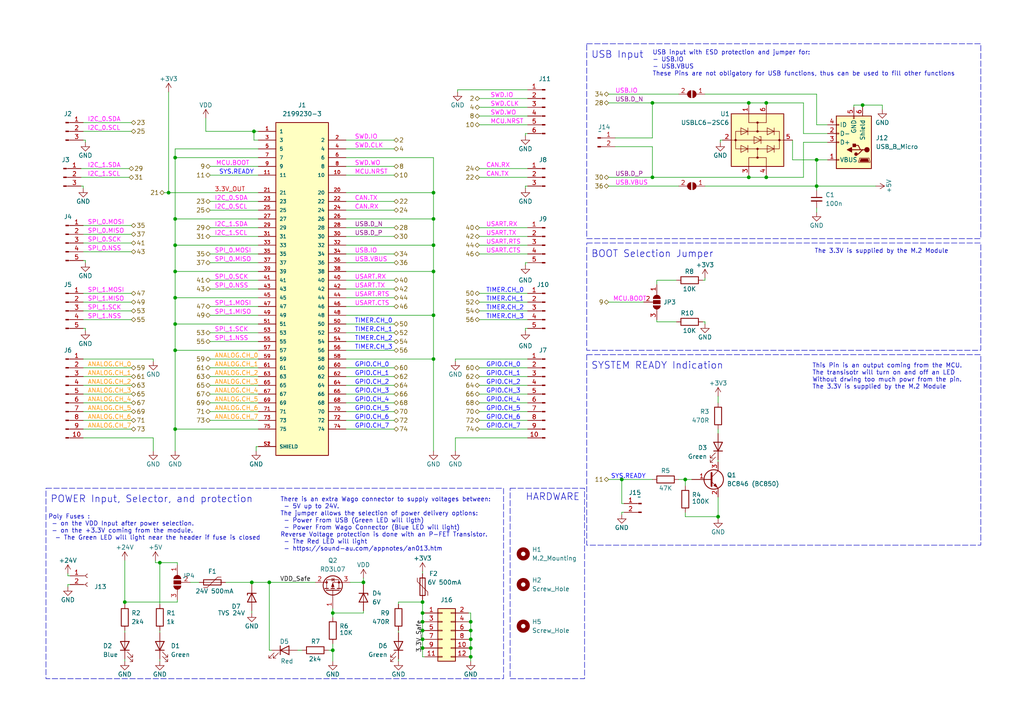
<source format=kicad_sch>
(kicad_sch (version 20230121) (generator eeschema)

  (uuid 287620b2-f802-47cb-a274-5e5f67182a6f)

  (paper "A4")

  

  (junction (at 50.8 45.72) (diameter 0) (color 0 0 0 0)
    (uuid 02ecf35b-a1e5-40d3-8c8d-ac0dc70fbadb)
  )
  (junction (at 125.73 104.14) (diameter 0) (color 0 0 0 0)
    (uuid 03bc5941-05f3-4412-8b04-a8db948940ff)
  )
  (junction (at 50.8 63.5) (diameter 0) (color 0 0 0 0)
    (uuid 06fe3394-a233-4c52-bcea-b483339363e4)
  )
  (junction (at 122.555 182.88) (diameter 0) (color 0 0 0 0)
    (uuid 08f98dad-34a5-43e8-96ba-f9dff0575b59)
  )
  (junction (at 122.555 174.625) (diameter 0) (color 0 0 0 0)
    (uuid 0dd02f93-c5db-431a-b3b7-fb3083267c57)
  )
  (junction (at 189.23 51.435) (diameter 0) (color 0 0 0 0)
    (uuid 0ef44d84-7769-41b2-ab50-9f9f9b01e6c9)
  )
  (junction (at 122.555 177.8) (diameter 0) (color 0 0 0 0)
    (uuid 0f546221-d9ee-4c6a-a7ce-22385c1a650b)
  )
  (junction (at 46.355 163.195) (diameter 0) (color 0 0 0 0)
    (uuid 20495e46-fe07-4180-ac70-4e3fa92c358c)
  )
  (junction (at 48.895 55.88) (diameter 0) (color 0 0 0 0)
    (uuid 293aa84c-631c-4d9c-8a38-13a0df55abd3)
  )
  (junction (at 73.66 38.1) (diameter 0) (color 0 0 0 0)
    (uuid 3043f436-3953-4e51-a08f-0aaa02455e61)
  )
  (junction (at 125.73 71.12) (diameter 0) (color 0 0 0 0)
    (uuid 34752695-2ac1-415a-9dc2-4ded0f275e14)
  )
  (junction (at 136.525 190.5) (diameter 0) (color 0 0 0 0)
    (uuid 36ef5a32-813e-48a2-96b4-abcdb9bac9fa)
  )
  (junction (at 125.73 55.88) (diameter 0) (color 0 0 0 0)
    (uuid 3bec3d87-8510-4cfa-a69f-fbb5aaeccd8c)
  )
  (junction (at 50.8 101.6) (diameter 0) (color 0 0 0 0)
    (uuid 3d481e76-07af-4dd3-807c-b16d018f1d17)
  )
  (junction (at 222.25 51.435) (diameter 0) (color 0 0 0 0)
    (uuid 3e645efa-4af2-4ede-8262-16f5d3f255d8)
  )
  (junction (at 222.25 29.845) (diameter 0) (color 0 0 0 0)
    (uuid 4004faa3-e2f3-474c-a6c7-b1627b9994a6)
  )
  (junction (at 180.34 139.065) (diameter 0) (color 0 0 0 0)
    (uuid 418e635c-52f4-4e9a-917a-7f1cdbbcbd2c)
  )
  (junction (at 50.8 86.36) (diameter 0) (color 0 0 0 0)
    (uuid 4352cf60-6469-444f-8349-8082f16459fe)
  )
  (junction (at 136.525 187.96) (diameter 0) (color 0 0 0 0)
    (uuid 507b5b56-ad08-42e0-9586-c51519115183)
  )
  (junction (at 122.555 180.34) (diameter 0) (color 0 0 0 0)
    (uuid 598ba84a-719a-4d13-b82c-51c3f5ce0e27)
  )
  (junction (at 236.855 53.975) (diameter 0) (color 0 0 0 0)
    (uuid 6b5a593a-62f0-4834-9062-e50ca03b8398)
  )
  (junction (at 136.525 180.34) (diameter 0) (color 0 0 0 0)
    (uuid 7706f26e-4d72-4078-9bde-1d0005fa9fba)
  )
  (junction (at 236.855 46.355) (diameter 0) (color 0 0 0 0)
    (uuid 7841f356-378d-4c54-887c-0a979560f2e2)
  )
  (junction (at 189.23 29.845) (diameter 0) (color 0 0 0 0)
    (uuid 7c456a9c-6910-4c1b-9528-80215188f882)
  )
  (junction (at 125.73 63.5) (diameter 0) (color 0 0 0 0)
    (uuid 7ec0ba63-fa47-446b-bd7f-627193492a6b)
  )
  (junction (at 122.555 187.96) (diameter 0) (color 0 0 0 0)
    (uuid 80200109-5f59-4c4c-a305-a11b9e1d6ce5)
  )
  (junction (at 136.525 182.88) (diameter 0) (color 0 0 0 0)
    (uuid 84e486f1-b64e-43bb-ba5b-c0397509b3c6)
  )
  (junction (at 78.105 168.91) (diameter 0) (color 0 0 0 0)
    (uuid 8aa59915-aafd-4d7f-a5e4-4671a499c0f2)
  )
  (junction (at 73.025 168.91) (diameter 0) (color 0 0 0 0)
    (uuid 8aea9078-c34a-4fe5-9cab-338ade5b9d16)
  )
  (junction (at 50.8 93.98) (diameter 0) (color 0 0 0 0)
    (uuid 91c3ea84-45a7-4646-afff-781e5ac51ebf)
  )
  (junction (at 250.19 30.48) (diameter 0) (color 0 0 0 0)
    (uuid 94a32192-2a66-45d5-ae4f-e4919b330132)
  )
  (junction (at 96.52 177.8) (diameter 0) (color 0 0 0 0)
    (uuid 96d7127e-cfa0-4c76-9e21-2033df738100)
  )
  (junction (at 50.8 124.46) (diameter 0) (color 0 0 0 0)
    (uuid 97ca8d98-7279-4c0e-abcf-fc977103a22d)
  )
  (junction (at 125.73 78.74) (diameter 0) (color 0 0 0 0)
    (uuid 9a352623-8792-499d-acbc-290230df7b6d)
  )
  (junction (at 198.755 139.065) (diameter 0) (color 0 0 0 0)
    (uuid a74e62fd-3ed5-48ba-9357-91eca1867cd2)
  )
  (junction (at 36.195 174.625) (diameter 0) (color 0 0 0 0)
    (uuid a793d5af-f2f6-444d-a2b6-8cabba34d764)
  )
  (junction (at 105.41 168.91) (diameter 0) (color 0 0 0 0)
    (uuid abbe31d0-678d-4f4e-b472-9a6c419da11e)
  )
  (junction (at 50.8 78.74) (diameter 0) (color 0 0 0 0)
    (uuid abd45592-8e80-41dc-b3e8-ffe221184035)
  )
  (junction (at 217.17 51.435) (diameter 0) (color 0 0 0 0)
    (uuid b26e8f3b-6061-46ad-a165-c8264aad0267)
  )
  (junction (at 217.17 29.845) (diameter 0) (color 0 0 0 0)
    (uuid bea6b3d4-c9ef-460a-af8b-174b848dabf3)
  )
  (junction (at 125.73 91.44) (diameter 0) (color 0 0 0 0)
    (uuid c21969e2-991d-4870-9a31-2f6f7316ac77)
  )
  (junction (at 96.52 188.595) (diameter 0) (color 0 0 0 0)
    (uuid eae1f8fe-f948-4a44-a3dd-607038614f58)
  )
  (junction (at 208.28 149.86) (diameter 0) (color 0 0 0 0)
    (uuid f0c99b94-a6db-422b-b809-6d6dca0b6787)
  )
  (junction (at 136.525 185.42) (diameter 0) (color 0 0 0 0)
    (uuid f3e4f201-1fe6-4fe6-84db-ade2bc667551)
  )
  (junction (at 122.555 185.42) (diameter 0) (color 0 0 0 0)
    (uuid fcf618bc-0493-4ed0-9287-788c6c156078)
  )
  (junction (at 50.8 71.12) (diameter 0) (color 0 0 0 0)
    (uuid ff97c671-ddc4-419b-bd49-a493d1c336a3)
  )

  (wire (pts (xy 60.96 104.14) (xy 74.93 104.14))
    (stroke (width 0) (type default))
    (uuid 011e3250-f6d4-4687-921c-8c60b5799e3e)
  )
  (wire (pts (xy 135.89 190.5) (xy 136.525 190.5))
    (stroke (width 0) (type default))
    (uuid 019ef88a-b2c6-46f5-8111-8b9a37b9de50)
  )
  (wire (pts (xy 74.93 50.8) (xy 60.96 50.8))
    (stroke (width 0) (type default))
    (uuid 01c2332f-5674-4c88-8fed-5299646e6a8f)
  )
  (wire (pts (xy 203.835 81.28) (xy 204.47 81.28))
    (stroke (width 0) (type default))
    (uuid 02e55274-024b-43c9-b3e2-e58680e1bd8e)
  )
  (wire (pts (xy 100.33 106.68) (xy 114.3 106.68))
    (stroke (width 0) (type default))
    (uuid 02f9dac9-f1c9-485e-8206-a38dc02cbd4b)
  )
  (wire (pts (xy 38.1 92.71) (xy 24.13 92.71))
    (stroke (width 0) (type default))
    (uuid 03298a09-0c72-4be4-9f34-5ba337db4d0b)
  )
  (wire (pts (xy 114.3 60.96) (xy 100.33 60.96))
    (stroke (width 0) (type default))
    (uuid 0361e746-83fe-488f-8db1-b2e68e18ffd9)
  )
  (wire (pts (xy 236.855 36.195) (xy 240.03 36.195))
    (stroke (width 0) (type default))
    (uuid 05f04341-0f0b-4cb7-b96e-840a9ffff12d)
  )
  (wire (pts (xy 60.96 119.38) (xy 74.93 119.38))
    (stroke (width 0) (type default))
    (uuid 0963f3da-568b-4476-8fac-3d3bc24fa944)
  )
  (wire (pts (xy 136.525 190.5) (xy 136.525 191.77))
    (stroke (width 0) (type default))
    (uuid 09aef8c7-4618-4b84-9d4f-a7cf68280e39)
  )
  (wire (pts (xy 180.975 148.59) (xy 180.34 148.59))
    (stroke (width 0) (type default))
    (uuid 0aa19b12-6810-4c22-bc70-66e94560caec)
  )
  (wire (pts (xy 189.23 51.435) (xy 217.17 51.435))
    (stroke (width 0) (type default))
    (uuid 0aa3e104-2b70-4ddb-b5b4-791a7b93e270)
  )
  (wire (pts (xy 100.33 111.76) (xy 114.3 111.76))
    (stroke (width 0) (type default))
    (uuid 0c8aeb49-266f-400f-8fe3-abd5619b9fb6)
  )
  (wire (pts (xy 125.73 104.14) (xy 125.73 130.81))
    (stroke (width 0) (type default))
    (uuid 0ce249f3-b26c-4ffb-873b-594b79199eae)
  )
  (wire (pts (xy 132.08 104.14) (xy 153.035 104.14))
    (stroke (width 0) (type default))
    (uuid 0f1fd879-aebe-4be8-be39-5fafefc151ab)
  )
  (wire (pts (xy 132.08 104.14) (xy 132.08 104.775))
    (stroke (width 0) (type default))
    (uuid 0f699d34-7ba8-4812-a2be-66cb8c111e3f)
  )
  (wire (pts (xy 136.525 185.42) (xy 136.525 187.96))
    (stroke (width 0) (type default))
    (uuid 0fb46bdc-45be-42a8-8d23-7493bd02c44c)
  )
  (wire (pts (xy 135.89 177.8) (xy 136.525 177.8))
    (stroke (width 0) (type default))
    (uuid 12f8c1d4-8900-49f7-b656-ef6e6bf5353e)
  )
  (wire (pts (xy 196.85 139.065) (xy 198.755 139.065))
    (stroke (width 0) (type default))
    (uuid 13d20911-783e-4933-b28d-d50cd857f7d3)
  )
  (wire (pts (xy 46.355 191.135) (xy 46.355 191.77))
    (stroke (width 0) (type default))
    (uuid 146c9300-d765-4c0f-9e77-3ba05af2ca49)
  )
  (wire (pts (xy 153.035 53.975) (xy 152.4 53.975))
    (stroke (width 0) (type default))
    (uuid 15564ff8-e5be-4627-a6d4-749e6b496656)
  )
  (wire (pts (xy 73.66 40.64) (xy 73.66 38.1))
    (stroke (width 0) (type default))
    (uuid 15b62b0e-9423-4235-90af-4ed58db275fa)
  )
  (wire (pts (xy 24.13 53.975) (xy 24.13 54.61))
    (stroke (width 0) (type default))
    (uuid 1b54f09a-a691-4f1a-a544-01541fb56bc3)
  )
  (wire (pts (xy 36.195 182.88) (xy 36.195 183.515))
    (stroke (width 0) (type default))
    (uuid 1b86ffe2-6a73-4d18-a576-701440de4bc3)
  )
  (wire (pts (xy 38.1 119.38) (xy 24.13 119.38))
    (stroke (width 0) (type default))
    (uuid 1e1d26f3-eb25-414c-9588-2bf8d74cbfa0)
  )
  (wire (pts (xy 51.435 174.625) (xy 51.435 173.99))
    (stroke (width 0) (type default))
    (uuid 1e50df7b-ab32-42a2-8b2b-b717241082d3)
  )
  (wire (pts (xy 125.73 71.12) (xy 125.73 78.74))
    (stroke (width 0) (type default))
    (uuid 1f7f1ac5-6555-4e20-bd35-4c5b3f14bfe9)
  )
  (wire (pts (xy 38.1 90.17) (xy 24.13 90.17))
    (stroke (width 0) (type default))
    (uuid 2054a7c5-37ff-4831-83f7-9588319911c6)
  )
  (wire (pts (xy 132.08 127) (xy 132.08 130.81))
    (stroke (width 0) (type default))
    (uuid 2075a02b-1d1e-4945-b8a7-b231a13301f5)
  )
  (wire (pts (xy 60.96 68.58) (xy 74.93 68.58))
    (stroke (width 0) (type default))
    (uuid 21702380-0196-47bc-93b7-3e0c1f2af8e9)
  )
  (wire (pts (xy 222.25 29.845) (xy 233.045 29.845))
    (stroke (width 0) (type default))
    (uuid 21c8be7e-6cae-406f-b763-34b617d474c3)
  )
  (wire (pts (xy 180.975 146.05) (xy 180.34 146.05))
    (stroke (width 0) (type default))
    (uuid 220cfc87-3eda-4775-8fcf-359eaa9d674c)
  )
  (wire (pts (xy 38.1 73.025) (xy 24.13 73.025))
    (stroke (width 0) (type default))
    (uuid 22198154-dfac-4aea-9e59-442190fe8013)
  )
  (wire (pts (xy 236.855 53.975) (xy 236.855 55.245))
    (stroke (width 0) (type default))
    (uuid 23a1d2ea-44f5-45a2-a7ff-01a0408b3954)
  )
  (wire (pts (xy 136.525 180.34) (xy 136.525 182.88))
    (stroke (width 0) (type default))
    (uuid 245f5549-6186-4d2e-84b2-de03cfde5b1b)
  )
  (wire (pts (xy 96.52 188.595) (xy 96.52 191.77))
    (stroke (width 0) (type default))
    (uuid 24959d74-d000-4b9f-a9ee-58248d7ddfb3)
  )
  (wire (pts (xy 115.57 191.135) (xy 115.57 191.77))
    (stroke (width 0) (type default))
    (uuid 24974ab0-dcff-4d97-8375-f7204fb78b5b)
  )
  (wire (pts (xy 208.28 144.145) (xy 208.28 149.86))
    (stroke (width 0) (type default))
    (uuid 250afa60-1ed3-47ec-bf4c-3cf44394b596)
  )
  (wire (pts (xy 139.065 28.575) (xy 153.035 28.575))
    (stroke (width 0) (type default))
    (uuid 25aae41b-1a1d-4080-bad6-afd58c0c7fc4)
  )
  (wire (pts (xy 152.4 53.975) (xy 152.4 54.61))
    (stroke (width 0) (type default))
    (uuid 25f5929f-8222-4afa-b440-fa3b692dc7e1)
  )
  (wire (pts (xy 190.5 81.28) (xy 190.5 82.55))
    (stroke (width 0) (type default))
    (uuid 26442d6f-bad6-4032-a444-c83b760186ae)
  )
  (wire (pts (xy 100.33 45.72) (xy 125.73 45.72))
    (stroke (width 0) (type default))
    (uuid 29648993-c0d0-4f20-8bd9-b15c5e7887c7)
  )
  (wire (pts (xy 38.1 111.76) (xy 24.13 111.76))
    (stroke (width 0) (type default))
    (uuid 29a61c64-d280-49aa-80c1-d568fa7ea9bf)
  )
  (wire (pts (xy 50.8 43.18) (xy 50.8 45.72))
    (stroke (width 0) (type default))
    (uuid 29bb8733-57e1-400b-bc12-2ecc3d174674)
  )
  (wire (pts (xy 100.33 116.84) (xy 114.3 116.84))
    (stroke (width 0) (type default))
    (uuid 2b745bc2-1f01-4d7a-b3b1-480ffbaad805)
  )
  (wire (pts (xy 105.41 168.91) (xy 105.41 169.545))
    (stroke (width 0) (type default))
    (uuid 2baff1c1-f9b3-4431-81d2-a4decbd052ee)
  )
  (wire (pts (xy 122.555 190.5) (xy 123.19 190.5))
    (stroke (width 0) (type default))
    (uuid 2cde49b2-f5e5-46c5-ae24-ad30dbbb2d30)
  )
  (wire (pts (xy 204.47 27.305) (xy 236.855 27.305))
    (stroke (width 0) (type default))
    (uuid 2e8ce219-d804-48cf-9800-0237a7602888)
  )
  (wire (pts (xy 236.855 53.975) (xy 254 53.975))
    (stroke (width 0) (type default))
    (uuid 2ee95ca4-ab52-41a4-8e21-d09e54b273b5)
  )
  (wire (pts (xy 60.96 91.44) (xy 74.93 91.44))
    (stroke (width 0) (type default))
    (uuid 3113253e-d79a-4142-879e-4fb5f8c4f58a)
  )
  (wire (pts (xy 125.73 55.88) (xy 125.73 63.5))
    (stroke (width 0) (type default))
    (uuid 31c74aee-70bd-416e-9d71-abe28dbfb5cb)
  )
  (wire (pts (xy 46.355 163.195) (xy 46.355 175.26))
    (stroke (width 0) (type default))
    (uuid 32b8cdb8-53e7-4554-9129-181ed798ae1b)
  )
  (wire (pts (xy 100.33 50.8) (xy 114.3 50.8))
    (stroke (width 0) (type default))
    (uuid 332ada6d-97a3-4845-967c-652cca8bc8de)
  )
  (wire (pts (xy 50.8 71.12) (xy 50.8 78.74))
    (stroke (width 0) (type default))
    (uuid 334efed1-9758-44d7-a913-dc2bdbdccbd2)
  )
  (wire (pts (xy 36.195 162.56) (xy 36.195 174.625))
    (stroke (width 0) (type default))
    (uuid 33f204bf-33a8-4495-8450-5b5570499451)
  )
  (wire (pts (xy 240.03 46.355) (xy 236.855 46.355))
    (stroke (width 0) (type default))
    (uuid 358eb85c-fa0e-48a3-a114-170d468a3493)
  )
  (wire (pts (xy 38.1 109.22) (xy 24.13 109.22))
    (stroke (width 0) (type default))
    (uuid 363c027e-ce00-40e7-9d21-763600344747)
  )
  (wire (pts (xy 153.035 68.58) (xy 139.065 68.58))
    (stroke (width 0) (type default))
    (uuid 383ea48f-3c13-4a68-86f8-fce8017e2071)
  )
  (wire (pts (xy 73.025 177.165) (xy 73.025 177.8))
    (stroke (width 0) (type default))
    (uuid 3851b477-d630-458a-8b4c-b0ae9f684b4c)
  )
  (wire (pts (xy 153.035 116.84) (xy 139.065 116.84))
    (stroke (width 0) (type default))
    (uuid 3aab8869-a5ca-40ad-ae24-a2a7e6d60325)
  )
  (wire (pts (xy 222.25 51.435) (xy 233.045 51.435))
    (stroke (width 0) (type default))
    (uuid 3c0cd147-af88-4634-8886-dad82eff90ba)
  )
  (wire (pts (xy 100.33 63.5) (xy 125.73 63.5))
    (stroke (width 0) (type default))
    (uuid 3c115bff-895c-413a-b636-2461f329f4f4)
  )
  (wire (pts (xy 189.23 29.845) (xy 189.23 40.005))
    (stroke (width 0) (type default))
    (uuid 3c9dc066-057e-4f03-9f4a-f69bd62867d2)
  )
  (wire (pts (xy 100.33 93.98) (xy 114.3 93.98))
    (stroke (width 0) (type default))
    (uuid 3d98142a-e621-4a8b-9146-03f84600a5fa)
  )
  (wire (pts (xy 100.33 43.18) (xy 114.3 43.18))
    (stroke (width 0) (type default))
    (uuid 3de22ed7-6a55-4a67-b033-913b409b3915)
  )
  (wire (pts (xy 198.755 148.59) (xy 198.755 149.86))
    (stroke (width 0) (type default))
    (uuid 40236ff2-c5ec-45b2-b252-0ffb13f15091)
  )
  (wire (pts (xy 217.17 50.8) (xy 217.17 51.435))
    (stroke (width 0) (type default))
    (uuid 410ca8f4-9297-40d8-838d-e601edbcf0a6)
  )
  (wire (pts (xy 153.035 111.76) (xy 139.065 111.76))
    (stroke (width 0) (type default))
    (uuid 439bcc6b-b6f7-472e-a993-0807494bd8d8)
  )
  (wire (pts (xy 74.295 130.81) (xy 74.295 129.54))
    (stroke (width 0) (type default))
    (uuid 43cc30a8-42c3-4c73-8e3a-a92121f00289)
  )
  (wire (pts (xy 59.69 38.1) (xy 73.66 38.1))
    (stroke (width 0) (type default))
    (uuid 43d955a2-2b54-43ff-b85c-e8f12589f7d3)
  )
  (wire (pts (xy 100.33 124.46) (xy 114.3 124.46))
    (stroke (width 0) (type default))
    (uuid 45457fee-be34-441f-85bc-53e56937cb03)
  )
  (wire (pts (xy 38.1 38.1) (xy 24.13 38.1))
    (stroke (width 0) (type default))
    (uuid 4758b580-88d1-4879-a5ae-25ae7a48b09b)
  )
  (wire (pts (xy 100.33 114.3) (xy 114.3 114.3))
    (stroke (width 0) (type default))
    (uuid 4767c9b5-ee51-4157-a5e2-113fd4dca322)
  )
  (wire (pts (xy 60.96 99.06) (xy 74.93 99.06))
    (stroke (width 0) (type default))
    (uuid 485a2793-0792-4ef0-8c25-4ffe976156dd)
  )
  (wire (pts (xy 122.555 180.34) (xy 122.555 182.88))
    (stroke (width 0) (type default))
    (uuid 48739cc9-3521-4ebe-af64-a9303bb84ee9)
  )
  (wire (pts (xy 24.765 75.565) (xy 24.765 76.2))
    (stroke (width 0) (type default))
    (uuid 4a323679-a8a9-4669-a935-e99f3ce8041f)
  )
  (wire (pts (xy 100.33 71.12) (xy 125.73 71.12))
    (stroke (width 0) (type default))
    (uuid 4b05c51b-8c57-4d41-835f-44809f295f8e)
  )
  (wire (pts (xy 105.41 167.64) (xy 105.41 168.91))
    (stroke (width 0) (type default))
    (uuid 4b1dfc27-fef4-4f14-80d3-64f1c0ba3926)
  )
  (wire (pts (xy 100.33 40.64) (xy 114.3 40.64))
    (stroke (width 0) (type default))
    (uuid 4b27c627-d9b1-4321-b85a-12a1464a3aa7)
  )
  (wire (pts (xy 217.17 29.845) (xy 222.25 29.845))
    (stroke (width 0) (type default))
    (uuid 4c51170a-5ec5-4c72-a3d9-c92770b9128d)
  )
  (wire (pts (xy 189.23 29.845) (xy 217.17 29.845))
    (stroke (width 0) (type default))
    (uuid 4c61615a-01e9-4bdb-91c6-181eb538db36)
  )
  (wire (pts (xy 250.19 30.48) (xy 255.905 30.48))
    (stroke (width 0) (type default))
    (uuid 4ef45e33-513a-4b8c-8264-cfe5498ed81e)
  )
  (wire (pts (xy 100.33 104.14) (xy 125.73 104.14))
    (stroke (width 0) (type default))
    (uuid 4f0084f5-e624-433c-bb4c-d43cb6a1ae4b)
  )
  (wire (pts (xy 198.755 139.065) (xy 198.755 140.97))
    (stroke (width 0) (type default))
    (uuid 4fcc4d9d-0808-4036-9405-bb758e274c46)
  )
  (wire (pts (xy 208.28 124.46) (xy 208.28 125.73))
    (stroke (width 0) (type default))
    (uuid 51cfa8f8-a9aa-402f-ad52-86f095e41c8c)
  )
  (wire (pts (xy 208.28 114.935) (xy 208.28 116.84))
    (stroke (width 0) (type default))
    (uuid 52c1766f-1950-43fb-97ff-75bef3a3de42)
  )
  (wire (pts (xy 60.96 66.04) (xy 74.93 66.04))
    (stroke (width 0) (type default))
    (uuid 54635a26-ce6f-4e63-808e-b170bd3d89cb)
  )
  (wire (pts (xy 255.905 30.48) (xy 255.905 31.75))
    (stroke (width 0) (type default))
    (uuid 54a8dec4-c4b6-45c8-9a08-e4a6d851a023)
  )
  (wire (pts (xy 24.13 104.14) (xy 44.45 104.14))
    (stroke (width 0) (type default))
    (uuid 569d62be-e839-4f5a-9916-afe304e6b6bb)
  )
  (wire (pts (xy 60.96 111.76) (xy 74.93 111.76))
    (stroke (width 0) (type default))
    (uuid 592dd281-1b1d-4343-95b5-a2566c61d871)
  )
  (wire (pts (xy 153.035 87.63) (xy 139.065 87.63))
    (stroke (width 0) (type default))
    (uuid 59e07091-5fd4-4d99-b9c7-5c6af1f34463)
  )
  (wire (pts (xy 190.5 93.345) (xy 196.215 93.345))
    (stroke (width 0) (type default))
    (uuid 5a334845-5b67-4cd0-af2a-070a82675908)
  )
  (wire (pts (xy 38.1 124.46) (xy 24.13 124.46))
    (stroke (width 0) (type default))
    (uuid 5ab2dbe5-5c34-4af5-ac59-dded085d78c8)
  )
  (wire (pts (xy 37.465 48.895) (xy 23.495 48.895))
    (stroke (width 0) (type default))
    (uuid 5b09c0c1-9376-42da-9d1f-1a1c6f8bf6c6)
  )
  (wire (pts (xy 236.855 27.305) (xy 236.855 36.195))
    (stroke (width 0) (type default))
    (uuid 5b807b4c-fe54-414e-9f4c-77bd5493290e)
  )
  (wire (pts (xy 153.035 76.2) (xy 152.4 76.2))
    (stroke (width 0) (type default))
    (uuid 5ba8c6c3-28e9-4ea6-8d39-2a9298566a08)
  )
  (wire (pts (xy 78.105 168.91) (xy 91.44 168.91))
    (stroke (width 0) (type default))
    (uuid 5c3359e0-07f6-467a-851a-301a56fd14c7)
  )
  (wire (pts (xy 46.355 163.195) (xy 51.435 163.195))
    (stroke (width 0) (type default))
    (uuid 5c9f99fd-6dc8-4dd8-ac77-3d5bec931926)
  )
  (wire (pts (xy 45.085 163.195) (xy 45.085 162.56))
    (stroke (width 0) (type default))
    (uuid 5d6ed156-751c-4b7e-9272-17d344fa6785)
  )
  (wire (pts (xy 78.74 188.595) (xy 78.105 188.595))
    (stroke (width 0) (type default))
    (uuid 5d89cc90-cf73-4d02-8400-a24a26d1281b)
  )
  (wire (pts (xy 152.4 95.25) (xy 152.4 95.885))
    (stroke (width 0) (type default))
    (uuid 5d99f32e-2d67-4801-8be5-9aeb14aa7476)
  )
  (wire (pts (xy 135.89 180.34) (xy 136.525 180.34))
    (stroke (width 0) (type default))
    (uuid 5e50cec2-a357-4a88-bd0f-a568377ddb48)
  )
  (wire (pts (xy 100.33 91.44) (xy 125.73 91.44))
    (stroke (width 0) (type default))
    (uuid 5ef7576a-3a44-4f1d-b5b6-eb9cc42f489b)
  )
  (wire (pts (xy 73.025 168.91) (xy 78.105 168.91))
    (stroke (width 0) (type default))
    (uuid 5efbffe4-5847-48cb-a80f-9a41f41cc05e)
  )
  (wire (pts (xy 24.13 95.25) (xy 24.765 95.25))
    (stroke (width 0) (type default))
    (uuid 603f699a-b811-4e58-b864-4d5ba9afb385)
  )
  (wire (pts (xy 73.025 168.91) (xy 73.025 169.545))
    (stroke (width 0) (type default))
    (uuid 60fa32f6-5b9d-4ad0-89cf-0cd3edf05289)
  )
  (wire (pts (xy 176.53 29.845) (xy 189.23 29.845))
    (stroke (width 0) (type default))
    (uuid 61116c14-0a52-4472-ac95-1e5cb86ce95c)
  )
  (wire (pts (xy 19.685 167.005) (xy 20.32 167.005))
    (stroke (width 0) (type default))
    (uuid 6135e044-8906-4159-b552-37d283ea8911)
  )
  (wire (pts (xy 217.17 51.435) (xy 222.25 51.435))
    (stroke (width 0) (type default))
    (uuid 615dcc0b-ad3e-45cd-bf12-054f554bccb3)
  )
  (wire (pts (xy 48.895 26.67) (xy 48.895 55.88))
    (stroke (width 0) (type default))
    (uuid 61623cc0-6e3d-402a-ad67-722beb3040df)
  )
  (wire (pts (xy 19.685 166.37) (xy 19.685 167.005))
    (stroke (width 0) (type default))
    (uuid 6190747d-9771-461f-8718-128342967a26)
  )
  (wire (pts (xy 60.96 81.28) (xy 74.93 81.28))
    (stroke (width 0) (type default))
    (uuid 61c12dc6-60cb-455c-af00-21f87d6d89f7)
  )
  (wire (pts (xy 125.73 78.74) (xy 125.73 91.44))
    (stroke (width 0) (type default))
    (uuid 62ea4c6c-2573-4795-89a6-2103d747b094)
  )
  (wire (pts (xy 45.085 163.195) (xy 46.355 163.195))
    (stroke (width 0) (type default))
    (uuid 62ee8b4d-09e6-4167-9467-7c2fc9c0098e)
  )
  (wire (pts (xy 50.8 86.36) (xy 50.8 93.98))
    (stroke (width 0) (type default))
    (uuid 63cb2926-6ac4-486f-8063-aa111c381890)
  )
  (wire (pts (xy 204.47 81.28) (xy 204.47 80.645))
    (stroke (width 0) (type default))
    (uuid 6407b37c-8e43-43b4-87cd-35feb1482cba)
  )
  (wire (pts (xy 47.625 55.88) (xy 48.895 55.88))
    (stroke (width 0) (type default))
    (uuid 653ac976-afa1-4e9f-a0df-6b4d94bc9be9)
  )
  (wire (pts (xy 176.53 139.065) (xy 180.34 139.065))
    (stroke (width 0) (type default))
    (uuid 6558c83b-b212-4528-abb6-a7a849be6c2d)
  )
  (wire (pts (xy 50.8 71.12) (xy 74.93 71.12))
    (stroke (width 0) (type default))
    (uuid 66231299-972c-4932-abf7-b8e03468d93d)
  )
  (wire (pts (xy 125.73 63.5) (xy 125.73 71.12))
    (stroke (width 0) (type default))
    (uuid 662adc3c-4e3e-487a-a94d-1d87c549d6bc)
  )
  (wire (pts (xy 50.8 93.98) (xy 74.93 93.98))
    (stroke (width 0) (type default))
    (uuid 6864d2ae-7d00-4bb0-9feb-566dae0854fd)
  )
  (wire (pts (xy 50.8 124.46) (xy 50.8 130.81))
    (stroke (width 0) (type default))
    (uuid 694d1013-d9ab-465f-b041-736a93b63119)
  )
  (wire (pts (xy 198.755 139.065) (xy 200.66 139.065))
    (stroke (width 0) (type default))
    (uuid 6bcffef1-c909-47f1-97b0-e370286d1258)
  )
  (wire (pts (xy 180.34 139.065) (xy 189.23 139.065))
    (stroke (width 0) (type default))
    (uuid 6ceb242e-df3f-489d-ae2a-a213a4961290)
  )
  (wire (pts (xy 105.41 177.165) (xy 105.41 177.8))
    (stroke (width 0) (type default))
    (uuid 6dbdcb34-e56e-449b-a9e5-dca44b1e58f0)
  )
  (wire (pts (xy 189.23 42.545) (xy 189.23 51.435))
    (stroke (width 0) (type default))
    (uuid 6e3042e4-567a-490a-8259-541e88b0e43e)
  )
  (wire (pts (xy 153.035 92.71) (xy 139.065 92.71))
    (stroke (width 0) (type default))
    (uuid 6f1dd8bb-abb7-4cf3-837b-c5934104d08a)
  )
  (wire (pts (xy 153.035 127) (xy 132.08 127))
    (stroke (width 0) (type default))
    (uuid 6f9c0381-3391-4875-9203-7d0d58b2529c)
  )
  (wire (pts (xy 36.195 174.625) (xy 36.195 175.26))
    (stroke (width 0) (type default))
    (uuid 70197a42-72c2-4b9c-a542-a8d54d3649af)
  )
  (wire (pts (xy 222.25 30.48) (xy 222.25 29.845))
    (stroke (width 0) (type default))
    (uuid 7123ca4c-e049-412b-b5b8-18144bbf5bc5)
  )
  (wire (pts (xy 152.4 95.25) (xy 153.035 95.25))
    (stroke (width 0) (type default))
    (uuid 71494463-96be-49bc-a065-cb70807a6415)
  )
  (wire (pts (xy 208.28 149.86) (xy 208.28 150.495))
    (stroke (width 0) (type default))
    (uuid 7165c0d5-3aaa-4804-a5df-c252c1a2e027)
  )
  (wire (pts (xy 60.96 116.84) (xy 74.93 116.84))
    (stroke (width 0) (type default))
    (uuid 72b550e3-6cf0-4884-8cda-127fab5a27e7)
  )
  (wire (pts (xy 139.065 51.435) (xy 153.035 51.435))
    (stroke (width 0) (type default))
    (uuid 72b94a65-0933-475f-959d-c4816786be11)
  )
  (wire (pts (xy 24.765 95.25) (xy 24.765 95.885))
    (stroke (width 0) (type default))
    (uuid 72dde731-ee9a-466e-992e-ade71c885451)
  )
  (wire (pts (xy 36.195 174.625) (xy 51.435 174.625))
    (stroke (width 0) (type default))
    (uuid 74030fd4-e21b-4a87-8dcd-004481e93c8e)
  )
  (wire (pts (xy 190.5 92.71) (xy 190.5 93.345))
    (stroke (width 0) (type default))
    (uuid 74f724c5-8288-413f-8be8-5793d136638e)
  )
  (wire (pts (xy 38.1 121.92) (xy 24.13 121.92))
    (stroke (width 0) (type default))
    (uuid 76004e54-08d5-456a-b434-78526d4bf1be)
  )
  (wire (pts (xy 233.045 41.275) (xy 233.045 51.435))
    (stroke (width 0) (type default))
    (uuid 76350a7e-0e18-49c2-a864-b076f6bd9a62)
  )
  (wire (pts (xy 87.63 188.595) (xy 86.36 188.595))
    (stroke (width 0) (type default))
    (uuid 7738efe0-cd6a-41ab-b2bd-d4647c93319e)
  )
  (wire (pts (xy 50.8 63.5) (xy 50.8 71.12))
    (stroke (width 0) (type default))
    (uuid 778df221-5bda-4080-8ab6-4eb0a028af68)
  )
  (wire (pts (xy 122.555 173.99) (xy 122.555 174.625))
    (stroke (width 0) (type default))
    (uuid 786d7dac-985a-499c-b0b3-d3fd4f327d3a)
  )
  (wire (pts (xy 60.96 109.22) (xy 74.93 109.22))
    (stroke (width 0) (type default))
    (uuid 7aa575ea-6119-436e-be1d-bce5c66040df)
  )
  (wire (pts (xy 60.96 114.3) (xy 74.93 114.3))
    (stroke (width 0) (type default))
    (uuid 7adf0946-a812-4196-bc14-c5c1a3bb9590)
  )
  (wire (pts (xy 38.1 35.56) (xy 24.13 35.56))
    (stroke (width 0) (type default))
    (uuid 7b1ca831-23e4-4eb7-babb-7a72f1300716)
  )
  (wire (pts (xy 38.1 67.945) (xy 24.13 67.945))
    (stroke (width 0) (type default))
    (uuid 7b6ccd53-7e79-43c0-88c9-a47212e2955f)
  )
  (wire (pts (xy 100.33 86.36) (xy 114.3 86.36))
    (stroke (width 0) (type default))
    (uuid 7c35dea6-a805-4f27-b559-f3674278e37a)
  )
  (wire (pts (xy 60.96 73.66) (xy 74.93 73.66))
    (stroke (width 0) (type default))
    (uuid 7cd9f779-2ea7-4515-9320-01bad5b22aca)
  )
  (wire (pts (xy 125.73 45.72) (xy 125.73 55.88))
    (stroke (width 0) (type default))
    (uuid 7d480a2c-d37a-4718-91ee-ca46f77bf4a9)
  )
  (wire (pts (xy 38.1 106.68) (xy 24.13 106.68))
    (stroke (width 0) (type default))
    (uuid 7e498420-9634-49cf-ab35-e51f10c4d2e6)
  )
  (wire (pts (xy 60.96 96.52) (xy 74.93 96.52))
    (stroke (width 0) (type default))
    (uuid 7fc9a325-804c-475b-a869-0a47abb02915)
  )
  (wire (pts (xy 178.435 42.545) (xy 189.23 42.545))
    (stroke (width 0) (type default))
    (uuid 801e317f-55fc-415e-8046-eb35b97ca783)
  )
  (wire (pts (xy 96.52 186.69) (xy 96.52 188.595))
    (stroke (width 0) (type default))
    (uuid 805b6128-ace2-46aa-8248-6b05982789a6)
  )
  (wire (pts (xy 178.435 40.005) (xy 189.23 40.005))
    (stroke (width 0) (type default))
    (uuid 810a7ee0-9c16-4c6e-a994-bab091667a61)
  )
  (wire (pts (xy 38.1 114.3) (xy 24.13 114.3))
    (stroke (width 0) (type default))
    (uuid 82c1608f-c654-474f-a291-f380460afb3f)
  )
  (wire (pts (xy 114.3 66.04) (xy 100.33 66.04))
    (stroke (width 0) (type default))
    (uuid 83f640e2-62ad-4357-a164-e03a4f71f676)
  )
  (wire (pts (xy 50.8 124.46) (xy 74.93 124.46))
    (stroke (width 0) (type default))
    (uuid 841e1656-3caf-4a67-92bd-5b865aa1b0c8)
  )
  (wire (pts (xy 96.52 176.53) (xy 96.52 177.8))
    (stroke (width 0) (type default))
    (uuid 848d1f46-a71f-43de-92bb-3ea830216459)
  )
  (wire (pts (xy 100.33 88.9) (xy 114.3 88.9))
    (stroke (width 0) (type default))
    (uuid 86da2412-4cee-45fe-9f80-82075ad816f9)
  )
  (wire (pts (xy 73.66 38.1) (xy 74.93 38.1))
    (stroke (width 0) (type default))
    (uuid 87026117-b8c0-4a06-8ccf-ee1ba0b1c2c2)
  )
  (wire (pts (xy 100.33 119.38) (xy 114.3 119.38))
    (stroke (width 0) (type default))
    (uuid 871d08cf-8bf5-4069-907d-294391320f64)
  )
  (wire (pts (xy 152.4 38.735) (xy 153.035 38.735))
    (stroke (width 0) (type default))
    (uuid 87295b09-fc1b-4c2d-bce0-18a4b1735aa5)
  )
  (wire (pts (xy 24.13 127) (xy 44.45 127))
    (stroke (width 0) (type default))
    (uuid 890cc931-5e27-4738-bf11-ce4909858e8f)
  )
  (wire (pts (xy 60.96 76.2) (xy 74.93 76.2))
    (stroke (width 0) (type default))
    (uuid 8971f495-ebba-497e-88c2-27686d61cd6d)
  )
  (wire (pts (xy 122.555 187.96) (xy 123.19 187.96))
    (stroke (width 0) (type default))
    (uuid 89f8f085-2c4a-4f91-b551-8ba89881cab2)
  )
  (wire (pts (xy 48.895 55.88) (xy 74.93 55.88))
    (stroke (width 0) (type default))
    (uuid 8b9cb721-4bc2-4fdf-94d8-1e89454ab79d)
  )
  (wire (pts (xy 135.89 185.42) (xy 136.525 185.42))
    (stroke (width 0) (type default))
    (uuid 8bf1a991-74ef-48d8-8150-e45a48c583ed)
  )
  (wire (pts (xy 46.355 182.88) (xy 46.355 183.515))
    (stroke (width 0) (type default))
    (uuid 8c6846b9-97e7-4695-b0af-fcf795e6aeb5)
  )
  (wire (pts (xy 96.52 177.8) (xy 96.52 179.07))
    (stroke (width 0) (type default))
    (uuid 8d8e0e3d-7ae0-4adb-a20f-72132eb9c9eb)
  )
  (wire (pts (xy 38.1 87.63) (xy 24.13 87.63))
    (stroke (width 0) (type default))
    (uuid 8d9ec40f-3af4-432e-9b41-2b5bd32e1bf7)
  )
  (wire (pts (xy 24.765 40.64) (xy 24.765 41.275))
    (stroke (width 0) (type default))
    (uuid 903d7890-3811-4959-9684-8595f7ce0bdf)
  )
  (wire (pts (xy 100.33 101.6) (xy 114.3 101.6))
    (stroke (width 0) (type default))
    (uuid 9068e7e9-5062-4627-8975-93bdd7ebc9dc)
  )
  (wire (pts (xy 233.045 29.845) (xy 233.045 38.735))
    (stroke (width 0) (type default))
    (uuid 906fb95c-020c-4995-bff3-1a9c560c88b3)
  )
  (wire (pts (xy 95.25 188.595) (xy 96.52 188.595))
    (stroke (width 0) (type default))
    (uuid 9113f399-7aa4-4dcd-b497-a2b34331cf08)
  )
  (wire (pts (xy 60.96 106.68) (xy 74.93 106.68))
    (stroke (width 0) (type default))
    (uuid 919ab852-da65-4e58-9a6b-73eaa121b02a)
  )
  (wire (pts (xy 60.96 83.82) (xy 74.93 83.82))
    (stroke (width 0) (type default))
    (uuid 93587ed0-00ea-48ef-a4b4-ddfac95febb6)
  )
  (wire (pts (xy 78.105 168.91) (xy 78.105 188.595))
    (stroke (width 0) (type default))
    (uuid 93b5b367-f9f0-4e10-9f40-d498e2c6a219)
  )
  (wire (pts (xy 229.87 46.355) (xy 229.87 40.64))
    (stroke (width 0) (type default))
    (uuid 99491061-ce97-4a2a-81bf-212787b00f48)
  )
  (wire (pts (xy 60.96 121.92) (xy 74.93 121.92))
    (stroke (width 0) (type default))
    (uuid 9a545196-3079-466a-9c2b-c8c792b1d6b8)
  )
  (wire (pts (xy 38.1 70.485) (xy 24.13 70.485))
    (stroke (width 0) (type default))
    (uuid 9aab6d06-f266-4b78-beaf-268112a61495)
  )
  (wire (pts (xy 50.8 93.98) (xy 50.8 101.6))
    (stroke (width 0) (type default))
    (uuid 9b0cf026-99c0-41bc-a9d2-be384e25f485)
  )
  (wire (pts (xy 38.1 65.405) (xy 24.13 65.405))
    (stroke (width 0) (type default))
    (uuid 9b677f5b-ad77-46e1-a5ff-0e1b222b7fd0)
  )
  (wire (pts (xy 176.53 51.435) (xy 189.23 51.435))
    (stroke (width 0) (type default))
    (uuid 9d67963d-09ba-4698-b45b-10f0e70bc7b3)
  )
  (wire (pts (xy 208.28 133.35) (xy 208.28 133.985))
    (stroke (width 0) (type default))
    (uuid 9e676b1a-3a15-4c7a-afa3-25d1d7bdeb5a)
  )
  (wire (pts (xy 136.525 182.88) (xy 136.525 185.42))
    (stroke (width 0) (type default))
    (uuid 9f5e8bbe-2a7b-4430-8b2e-2a5ead7b48e3)
  )
  (wire (pts (xy 50.8 78.74) (xy 50.8 86.36))
    (stroke (width 0) (type default))
    (uuid 9f6247a0-02cd-4bad-81cf-c767ebe45ffe)
  )
  (wire (pts (xy 44.45 127) (xy 44.45 130.81))
    (stroke (width 0) (type default))
    (uuid a0cb6d45-c797-488d-b879-9957771e9ee8)
  )
  (wire (pts (xy 122.555 182.88) (xy 122.555 185.42))
    (stroke (width 0) (type default))
    (uuid a0e7d710-574e-4c56-b489-38d29150b180)
  )
  (wire (pts (xy 105.41 177.8) (xy 96.52 177.8))
    (stroke (width 0) (type default))
    (uuid a249ac32-6867-40e7-942a-c39a99ecc9bf)
  )
  (wire (pts (xy 115.57 182.88) (xy 115.57 183.515))
    (stroke (width 0) (type default))
    (uuid a522c232-d4cb-40fe-8a81-d6d11f5835bc)
  )
  (wire (pts (xy 136.525 177.8) (xy 136.525 180.34))
    (stroke (width 0) (type default))
    (uuid a63f2e8f-34ce-4930-8ad5-57a9b25e10c2)
  )
  (wire (pts (xy 74.93 40.64) (xy 73.66 40.64))
    (stroke (width 0) (type default))
    (uuid a640b2a4-89b4-4484-b680-db021d6363a5)
  )
  (wire (pts (xy 122.555 165.735) (xy 122.555 166.37))
    (stroke (width 0) (type default))
    (uuid a65d4621-004d-47bc-9713-c038483de1aa)
  )
  (wire (pts (xy 153.035 106.68) (xy 139.065 106.68))
    (stroke (width 0) (type default))
    (uuid ac8b5386-9a3b-40f5-a7f2-6ed39153b800)
  )
  (wire (pts (xy 122.555 182.88) (xy 123.19 182.88))
    (stroke (width 0) (type default))
    (uuid acedf0cb-2578-4dd4-9444-937984419952)
  )
  (wire (pts (xy 198.755 149.86) (xy 208.28 149.86))
    (stroke (width 0) (type default))
    (uuid ad05f487-fbab-42a5-a549-4a988c33d42b)
  )
  (wire (pts (xy 139.065 36.195) (xy 153.035 36.195))
    (stroke (width 0) (type default))
    (uuid adeea043-2c29-47b1-a011-efcd4ffb55f7)
  )
  (wire (pts (xy 176.53 27.305) (xy 196.85 27.305))
    (stroke (width 0) (type default))
    (uuid af2c4bfd-af41-4210-8989-6d4265a85392)
  )
  (wire (pts (xy 50.8 101.6) (xy 74.93 101.6))
    (stroke (width 0) (type default))
    (uuid b1a88da0-1bda-429a-b185-28ae22736cde)
  )
  (wire (pts (xy 139.065 31.115) (xy 153.035 31.115))
    (stroke (width 0) (type default))
    (uuid b2be7b71-cfb6-4c8d-8aa2-608f7461fd67)
  )
  (wire (pts (xy 250.19 30.48) (xy 250.19 31.115))
    (stroke (width 0) (type default))
    (uuid b42610f6-4263-46fb-955c-4ea03c78583d)
  )
  (wire (pts (xy 60.96 58.42) (xy 74.93 58.42))
    (stroke (width 0) (type default))
    (uuid b4364004-39a5-4b58-8b03-e2d5aea5e005)
  )
  (wire (pts (xy 100.33 99.06) (xy 114.3 99.06))
    (stroke (width 0) (type default))
    (uuid b536c140-bdd1-4d75-803f-89b3db31b29c)
  )
  (wire (pts (xy 100.33 96.52) (xy 114.3 96.52))
    (stroke (width 0) (type default))
    (uuid b7de2bdf-fb88-46fc-b189-ee0917bf77cd)
  )
  (wire (pts (xy 114.3 58.42) (xy 100.33 58.42))
    (stroke (width 0) (type default))
    (uuid b82ec9a5-2acf-43ed-93eb-bd1cbc13601b)
  )
  (wire (pts (xy 50.8 101.6) (xy 50.8 124.46))
    (stroke (width 0) (type default))
    (uuid b995c8bf-56e8-4f38-9ba1-f2c86495eb4c)
  )
  (wire (pts (xy 50.8 45.72) (xy 74.93 45.72))
    (stroke (width 0) (type default))
    (uuid b9a18b48-6a04-45a4-a184-d69d5db579aa)
  )
  (wire (pts (xy 153.035 119.38) (xy 139.065 119.38))
    (stroke (width 0) (type default))
    (uuid b9fb83d4-5fd1-4a75-a80f-3c3f900aac91)
  )
  (wire (pts (xy 24.13 40.64) (xy 24.765 40.64))
    (stroke (width 0) (type default))
    (uuid bad8dd66-ca52-457f-af33-d0b5d78206d6)
  )
  (wire (pts (xy 153.035 85.09) (xy 139.065 85.09))
    (stroke (width 0) (type default))
    (uuid bb317e25-d22a-4253-93c4-e1bb3a4813f3)
  )
  (wire (pts (xy 100.33 48.26) (xy 114.3 48.26))
    (stroke (width 0) (type default))
    (uuid bb5ec5da-dc2f-4e1d-a748-cdae71937218)
  )
  (wire (pts (xy 38.1 85.09) (xy 24.13 85.09))
    (stroke (width 0) (type default))
    (uuid bb9beeb7-5383-49df-b22e-1b73d6811df1)
  )
  (wire (pts (xy 153.035 71.12) (xy 139.065 71.12))
    (stroke (width 0) (type default))
    (uuid be0c8d3a-0252-4425-89e3-cb23a351f17d)
  )
  (wire (pts (xy 51.435 163.195) (xy 51.435 163.83))
    (stroke (width 0) (type default))
    (uuid be38e5ee-929e-4c59-b11f-321656c233de)
  )
  (wire (pts (xy 122.555 177.8) (xy 122.555 180.34))
    (stroke (width 0) (type default))
    (uuid be43e6d4-833a-411f-901d-a501a66f9c13)
  )
  (wire (pts (xy 208.915 41.275) (xy 208.915 40.64))
    (stroke (width 0) (type default))
    (uuid bed981a1-01ab-47d0-a750-61418927ef53)
  )
  (wire (pts (xy 217.17 29.845) (xy 217.17 30.48))
    (stroke (width 0) (type default))
    (uuid c09b6b0f-8a86-417c-8627-1fb4bfa7e223)
  )
  (wire (pts (xy 132.715 26.035) (xy 153.035 26.035))
    (stroke (width 0) (type default))
    (uuid c199f0cb-c633-43bb-b792-9fd4b47519d2)
  )
  (wire (pts (xy 153.035 114.3) (xy 139.065 114.3))
    (stroke (width 0) (type default))
    (uuid c303c7a4-723b-45af-a769-103d6d6bee71)
  )
  (wire (pts (xy 135.89 187.96) (xy 136.525 187.96))
    (stroke (width 0) (type default))
    (uuid c347d57b-7ec6-4ac9-80b9-cd9e37098641)
  )
  (wire (pts (xy 114.3 68.58) (xy 100.33 68.58))
    (stroke (width 0) (type default))
    (uuid c3bcffa0-4c47-44a3-b370-54b2fdcfccaa)
  )
  (wire (pts (xy 65.405 168.91) (xy 73.025 168.91))
    (stroke (width 0) (type default))
    (uuid c52c0020-e13a-475c-a9f4-fc27b8a98531)
  )
  (wire (pts (xy 50.8 86.36) (xy 74.93 86.36))
    (stroke (width 0) (type default))
    (uuid c5b0f2c3-9e31-4b35-9076-067d70fd5bd7)
  )
  (wire (pts (xy 247.65 30.48) (xy 250.19 30.48))
    (stroke (width 0) (type default))
    (uuid c5c19f67-4041-4901-861c-7e495b224a29)
  )
  (wire (pts (xy 122.555 187.96) (xy 122.555 190.5))
    (stroke (width 0) (type default))
    (uuid ca441889-467d-482a-b78f-a7d1dbb2d214)
  )
  (wire (pts (xy 44.45 104.14) (xy 44.45 104.775))
    (stroke (width 0) (type default))
    (uuid cb8378b1-8d90-4030-8312-dcb5c0800bae)
  )
  (wire (pts (xy 233.045 41.275) (xy 240.03 41.275))
    (stroke (width 0) (type default))
    (uuid cc2a81ca-f531-41d8-aeb8-144beb706575)
  )
  (wire (pts (xy 50.8 45.72) (xy 50.8 63.5))
    (stroke (width 0) (type default))
    (uuid cc7ea262-62e0-44da-b70b-9bf3ba05ffdf)
  )
  (wire (pts (xy 132.715 26.67) (xy 132.715 26.035))
    (stroke (width 0) (type default))
    (uuid cdfd4a06-27ce-4f14-9a3e-d659572652da)
  )
  (wire (pts (xy 247.65 30.48) (xy 247.65 31.115))
    (stroke (width 0) (type default))
    (uuid cede707f-67ef-4281-89dc-5706a2910208)
  )
  (wire (pts (xy 114.3 76.2) (xy 100.33 76.2))
    (stroke (width 0) (type default))
    (uuid d072f4f5-30a0-4192-a5ab-188951d33e65)
  )
  (wire (pts (xy 153.035 90.17) (xy 139.065 90.17))
    (stroke (width 0) (type default))
    (uuid d1e34fe5-75a7-4013-aa95-96e46dac757a)
  )
  (wire (pts (xy 19.685 169.545) (xy 20.32 169.545))
    (stroke (width 0) (type default))
    (uuid d20d533b-397e-408a-9bda-dca28ac3c0cf)
  )
  (wire (pts (xy 176.53 53.975) (xy 196.85 53.975))
    (stroke (width 0) (type default))
    (uuid d38834ba-79a8-42b0-b8c8-39d4e12bb580)
  )
  (wire (pts (xy 55.245 168.91) (xy 57.785 168.91))
    (stroke (width 0) (type default))
    (uuid d3f143ca-71ac-42f5-b711-c4db7a778852)
  )
  (wire (pts (xy 152.4 39.37) (xy 152.4 38.735))
    (stroke (width 0) (type default))
    (uuid d4168af4-231f-4d7f-b390-0feed1c177eb)
  )
  (wire (pts (xy 139.065 33.655) (xy 153.035 33.655))
    (stroke (width 0) (type default))
    (uuid d60c757f-3bef-48a2-927c-2ba33ece0184)
  )
  (wire (pts (xy 50.8 78.74) (xy 74.93 78.74))
    (stroke (width 0) (type default))
    (uuid d6428f6d-0151-4c0c-ac4c-df9ae397b770)
  )
  (wire (pts (xy 135.89 182.88) (xy 136.525 182.88))
    (stroke (width 0) (type default))
    (uuid d6a0f9d3-caa4-4721-8503-4dd8725bcd18)
  )
  (wire (pts (xy 204.47 93.345) (xy 204.47 93.98))
    (stroke (width 0) (type default))
    (uuid d7ebb959-b9e2-42ce-ba14-6d5349d3761a)
  )
  (wire (pts (xy 100.33 83.82) (xy 114.3 83.82))
    (stroke (width 0) (type default))
    (uuid dab2c878-245a-47ae-b6c0-c7f73fcd1323)
  )
  (wire (pts (xy 24.13 75.565) (xy 24.765 75.565))
    (stroke (width 0) (type default))
    (uuid db073d6e-b380-43c8-8534-e784c71ce1f0)
  )
  (wire (pts (xy 153.035 66.04) (xy 139.065 66.04))
    (stroke (width 0) (type default))
    (uuid db7b9840-a929-4f3f-a5ad-2a57beb557f0)
  )
  (wire (pts (xy 115.57 174.625) (xy 122.555 174.625))
    (stroke (width 0) (type default))
    (uuid dc20b571-5012-4c20-9240-4c3741ced4c6)
  )
  (wire (pts (xy 136.525 187.96) (xy 136.525 190.5))
    (stroke (width 0) (type default))
    (uuid dc22bfb0-014e-446e-893b-92c7a1ceab30)
  )
  (wire (pts (xy 100.33 81.28) (xy 114.3 81.28))
    (stroke (width 0) (type default))
    (uuid dc99f7f9-0101-4f6a-8a9b-2d022416cffc)
  )
  (wire (pts (xy 153.035 73.66) (xy 139.065 73.66))
    (stroke (width 0) (type default))
    (uuid dcb092a1-f113-49e1-83bf-7b1de632e372)
  )
  (wire (pts (xy 180.34 148.59) (xy 180.34 149.225))
    (stroke (width 0) (type default))
    (uuid dcb47152-e930-41a5-aa8d-808f34839b54)
  )
  (wire (pts (xy 60.96 88.9) (xy 74.93 88.9))
    (stroke (width 0) (type default))
    (uuid dcb7a23a-a0a5-49c7-892d-14fbd9bf59b4)
  )
  (wire (pts (xy 236.855 46.355) (xy 229.87 46.355))
    (stroke (width 0) (type default))
    (uuid deccb830-66ff-4a5d-a971-a869e7c5400d)
  )
  (wire (pts (xy 74.295 129.54) (xy 74.93 129.54))
    (stroke (width 0) (type default))
    (uuid dfb24d20-73b3-4559-9d33-df29f1794704)
  )
  (wire (pts (xy 152.4 76.2) (xy 152.4 76.835))
    (stroke (width 0) (type default))
    (uuid e044d770-b4b3-462f-8eac-8ec89630c58f)
  )
  (wire (pts (xy 114.3 73.66) (xy 100.33 73.66))
    (stroke (width 0) (type default))
    (uuid e04ff192-eda5-41f3-8b3c-5040089378b0)
  )
  (wire (pts (xy 74.93 48.26) (xy 60.96 48.26))
    (stroke (width 0) (type default))
    (uuid e198277e-f557-459a-b00a-325cea313e12)
  )
  (wire (pts (xy 153.035 109.22) (xy 139.065 109.22))
    (stroke (width 0) (type default))
    (uuid e1ffb9e1-6d8d-40c7-b939-f0ef1c1c228f)
  )
  (wire (pts (xy 100.33 109.22) (xy 114.3 109.22))
    (stroke (width 0) (type default))
    (uuid e2216d5d-ea55-4b55-bb89-a97d67e0dfb7)
  )
  (wire (pts (xy 122.555 180.34) (xy 123.19 180.34))
    (stroke (width 0) (type default))
    (uuid e265dbd0-39b0-485a-ad71-48b2cbae95ed)
  )
  (wire (pts (xy 122.555 185.42) (xy 123.19 185.42))
    (stroke (width 0) (type default))
    (uuid e3ce3927-2206-4ab6-95f4-84a6167a9856)
  )
  (wire (pts (xy 36.195 191.135) (xy 36.195 191.77))
    (stroke (width 0) (type default))
    (uuid e46012c1-6645-4e35-b1d1-f67106b65055)
  )
  (wire (pts (xy 125.73 91.44) (xy 125.73 104.14))
    (stroke (width 0) (type default))
    (uuid e4e73e96-9741-4103-b02c-f92648b436f3)
  )
  (wire (pts (xy 122.555 174.625) (xy 122.555 177.8))
    (stroke (width 0) (type default))
    (uuid e50dbf60-95ee-447a-9063-92073e6676f9)
  )
  (wire (pts (xy 19.685 170.18) (xy 19.685 169.545))
    (stroke (width 0) (type default))
    (uuid e54c672b-ae3b-40aa-8bdd-dccab3686223)
  )
  (wire (pts (xy 50.8 63.5) (xy 74.93 63.5))
    (stroke (width 0) (type default))
    (uuid e801b33a-1971-4f7f-a169-31ff1241dbf7)
  )
  (wire (pts (xy 153.035 124.46) (xy 139.065 124.46))
    (stroke (width 0) (type default))
    (uuid e9176d84-4324-4fac-b742-65bb0238c9f7)
  )
  (wire (pts (xy 60.96 60.96) (xy 74.93 60.96))
    (stroke (width 0) (type default))
    (uuid ea8282f8-5c55-49f5-8dff-d6bb9c020017)
  )
  (wire (pts (xy 23.495 53.975) (xy 24.13 53.975))
    (stroke (width 0) (type default))
    (uuid ea988b1f-36a0-4b38-b8c9-c29d43501ec8)
  )
  (wire (pts (xy 100.33 55.88) (xy 125.73 55.88))
    (stroke (width 0) (type default))
    (uuid ead1805d-7bb7-4ea2-9299-6a62e0a9c7dc)
  )
  (wire (pts (xy 122.555 185.42) (xy 122.555 187.96))
    (stroke (width 0) (type default))
    (uuid eb0775ca-6086-424c-aecb-454c0985a6c3)
  )
  (wire (pts (xy 153.035 121.92) (xy 139.065 121.92))
    (stroke (width 0) (type default))
    (uuid ebb9d26f-8526-439c-a843-3507875abbb4)
  )
  (wire (pts (xy 50.8 43.18) (xy 74.93 43.18))
    (stroke (width 0) (type default))
    (uuid ed163832-27b2-49d6-8b88-bfad0d82a469)
  )
  (wire (pts (xy 190.5 81.28) (xy 196.215 81.28))
    (stroke (width 0) (type default))
    (uuid eee67abc-df03-4650-8ef8-bbf5234655ed)
  )
  (wire (pts (xy 180.34 139.065) (xy 180.34 146.05))
    (stroke (width 0) (type default))
    (uuid ef92aa12-aad7-403b-b0f9-0a73988278d6)
  )
  (wire (pts (xy 203.835 93.345) (xy 204.47 93.345))
    (stroke (width 0) (type default))
    (uuid efe7351d-2562-45a0-8c05-86fba134dc3d)
  )
  (wire (pts (xy 222.25 50.8) (xy 222.25 51.435))
    (stroke (width 0) (type default))
    (uuid f139093f-636c-4504-a3d1-f110427b241e)
  )
  (wire (pts (xy 123.19 177.8) (xy 122.555 177.8))
    (stroke (width 0) (type default))
    (uuid f20453e9-ea36-497a-918d-2fddee1af9c9)
  )
  (wire (pts (xy 37.465 51.435) (xy 23.495 51.435))
    (stroke (width 0) (type default))
    (uuid f47b0efa-15ce-41cb-ae90-fc94c996587e)
  )
  (wire (pts (xy 236.855 60.325) (xy 236.855 61.595))
    (stroke (width 0) (type default))
    (uuid f5d085d8-17f3-4159-927a-3bdad6c0ae3c)
  )
  (wire (pts (xy 38.1 116.84) (xy 24.13 116.84))
    (stroke (width 0) (type default))
    (uuid f6933081-cc92-48b0-9b13-5adcb12ad0d9)
  )
  (wire (pts (xy 236.855 53.975) (xy 236.855 46.355))
    (stroke (width 0) (type default))
    (uuid f758171d-8bea-4c15-8bb8-614ea04962fb)
  )
  (wire (pts (xy 208.915 40.64) (xy 209.55 40.64))
    (stroke (width 0) (type default))
    (uuid f786ebe5-5acc-4a7e-a04c-f2a76e81d6f9)
  )
  (wire (pts (xy 100.33 121.92) (xy 114.3 121.92))
    (stroke (width 0) (type default))
    (uuid f7c7aa98-91c8-471b-b783-396d2e67894e)
  )
  (wire (pts (xy 139.065 48.895) (xy 153.035 48.895))
    (stroke (width 0) (type default))
    (uuid f86a2b2d-8a72-4bed-8860-4106ab4cff4f)
  )
  (wire (pts (xy 186.69 87.63) (xy 176.53 87.63))
    (stroke (width 0) (type default))
    (uuid fa423137-dc6c-4b67-bf11-4ecae659d9c8)
  )
  (wire (pts (xy 233.045 38.735) (xy 240.03 38.735))
    (stroke (width 0) (type default))
    (uuid fafb1181-6c58-4b85-b676-a56fe4cb48ae)
  )
  (wire (pts (xy 101.6 168.91) (xy 105.41 168.91))
    (stroke (width 0) (type default))
    (uuid fb3b13ae-f1a4-4acf-8c96-28d079f482cf)
  )
  (wire (pts (xy 204.47 53.975) (xy 236.855 53.975))
    (stroke (width 0) (type default))
    (uuid fc648b5c-e03b-45af-acb8-8f8c478744a1)
  )
  (wire (pts (xy 100.33 78.74) (xy 125.73 78.74))
    (stroke (width 0) (type default))
    (uuid fd0a3452-ecd4-4c27-9398-99fead62d9be)
  )
  (wire (pts (xy 115.57 175.26) (xy 115.57 174.625))
    (stroke (width 0) (type default))
    (uuid fd51708c-128f-4a81-9530-b15006a36ee2)
  )
  (wire (pts (xy 59.69 34.29) (xy 59.69 38.1))
    (stroke (width 0) (type default))
    (uuid ff4edb4a-ea2a-472a-bb0c-9d822de69b0f)
  )

  (rectangle (start 170.18 102.87) (end 284.48 158.115)
    (stroke (width 0.15) (type dash))
    (fill (type none))
    (uuid 0de6f42e-b93c-4ada-9ae8-35ddf3cb6d67)
  )
  (rectangle (start 13.335 141.605) (end 146.05 196.85)
    (stroke (width 0.15) (type dash))
    (fill (type none))
    (uuid 2316f8be-3356-4d1e-8d5f-90eba11fd865)
  )
  (rectangle (start 147.955 141.605) (end 169.545 196.85)
    (stroke (width 0.15) (type dash))
    (fill (type none))
    (uuid 2d2bec00-7a1a-4b21-8425-d730b31ff2a6)
  )
  (rectangle (start 170.18 12.7) (end 284.48 69.215)
    (stroke (width 0.15) (type dash))
    (fill (type none))
    (uuid 979cc051-6555-4858-8050-fa1286c88ec7)
  )
  (rectangle (start 170.18 70.485) (end 284.48 101.6)
    (stroke (width 0.15) (type dash))
    (fill (type none))
    (uuid db0d9746-708c-4887-a760-41091e00387a)
  )

  (text "USB Input" (at 171.45 17.145 0)
    (effects (font (size 2 2)) (justify left bottom))
    (uuid 2606b4fd-6ee0-4a82-841a-b2e3ff27123f)
  )
  (text "HARDWARE" (at 152.4 145.415 0)
    (effects (font (size 2 2)) (justify left bottom))
    (uuid 502b8205-bc81-4e12-97fb-7dab5f952df4)
  )
  (text "This Pin is an output coming from the MCU. \nThe transisotr will turn on and off an LED\nWithout drwing too much powr from the pin.\nThe 3.3V is supplied by the M.2 Module"
    (at 235.585 113.03 0)
    (effects (font (size 1.27 1.27)) (justify left bottom))
    (uuid 528f6a02-b7f7-4b9f-b8d2-d6465eee9a5d)
  )
  (text "BOOT Selection Jumper" (at 171.45 74.93 0)
    (effects (font (size 2 2)) (justify left bottom))
    (uuid 9a4a64f2-8bd6-47ea-8b53-22397f9fd5b1)
  )
  (text "The 3.3V is supplied by the M.2 Module" (at 236.22 73.66 0)
    (effects (font (size 1.27 1.27)) (justify left bottom))
    (uuid ab003369-edf2-41dc-8738-a177c681dfbf)
  )
  (text "POWER Input, Selector, and protection" (at 14.605 146.05 0)
    (effects (font (size 2 2)) (justify left bottom))
    (uuid ab636bea-ea42-4ad3-8cd8-8643a93d386a)
  )
  (text "Poly Fuses :\n - on the VDD Input after power selection.\n - on the +3.3V coming from the module.\n  - The Green LED will light near the header if fuse is closed"
    (at 13.97 156.845 0)
    (effects (font (size 1.27 1.27)) (justify left bottom))
    (uuid b8763f8d-92fa-4859-967b-4a0c170ddd66)
  )
  (text "USB input with ESD protection and jumper for: \n- USB.IO\n- USB.VBUS\nThese Pins are not obligatory for USB functions, thus can be used to fill other functions"
    (at 189.23 22.225 0)
    (effects (font (size 1.27 1.27)) (justify left bottom))
    (uuid bf5b5e2f-412a-45b0-af99-c91fab968274)
  )
  (text "There is an extra Wago connector to supply voltages between: \n - 5V up to 24V. \nThe jumper allows the selection of power delivery options: \n - Power From USB (Green LED will ligth)\n - Power From Wago Connector (Blue LED will light)\nReverse Voltage protection is done with an P-FET Transistor.\n - The Red LED will light\n - https://sound-au.com/appnotes/an013.htm"
    (at 81.28 160.02 0)
    (effects (font (size 1.27 1.27)) (justify left bottom))
    (uuid cef1d281-b949-4bd5-98a9-841b685e4e77)
  )
  (text "SYSTEM READY Indication" (at 171.45 107.315 0)
    (effects (font (size 2 2)) (justify left bottom))
    (uuid fe6a11c2-3fa7-40a7-a3c8-7a5c00ddb6ad)
  )

  (label "ANALOG.CH_0" (at 25.4 106.68 0) (fields_autoplaced)
    (effects (font (size 1.27 1.27) (color 255 153 0 1)) (justify left bottom))
    (uuid 066670f6-f6d6-4dfb-bbcd-598ff2f51f00)
    (property "Netclass" "signal_analog" (at 25.4 107.95 0)
      (effects (font (size 1.27 1.27) italic) (justify left) hide)
    )
  )
  (label "GPIO.CH_0" (at 102.87 106.68 0) (fields_autoplaced)
    (effects (font (size 1.27 1.27) (color 0 0 255 1)) (justify left bottom))
    (uuid 093fa253-4687-4d46-ba3b-a771de498386)
    (property "Netclass" "signal_gpio" (at 102.87 107.95 0)
      (effects (font (size 1.27 1.27) italic) (justify left) hide)
    )
  )
  (label "ANALOG.CH_5" (at 25.4 119.38 0) (fields_autoplaced)
    (effects (font (size 1.27 1.27) (color 255 153 0 1)) (justify left bottom))
    (uuid 0a3b62a4-02cd-428d-a821-dd84e0d29a9d)
    (property "Netclass" "signal_analog" (at 25.4 120.65 0)
      (effects (font (size 1.27 1.27) italic) (justify left) hide)
    )
  )
  (label "ANALOG.CH_7" (at 25.4 124.46 0) (fields_autoplaced)
    (effects (font (size 1.27 1.27) (color 255 153 0 1)) (justify left bottom))
    (uuid 0bd95a80-13a5-4d76-8c78-e8268f06d298)
    (property "Netclass" "signal_analog" (at 25.4 125.73 0)
      (effects (font (size 1.27 1.27) italic) (justify left) hide)
    )
  )
  (label "GPIO.CH_4" (at 102.87 116.84 0) (fields_autoplaced)
    (effects (font (size 1.27 1.27) (color 0 0 255 1)) (justify left bottom))
    (uuid 0be61121-8ff0-42ea-9725-f2581a8481ba)
    (property "Netclass" "signal_gpio" (at 102.87 118.11 0)
      (effects (font (size 1.27 1.27) italic) (justify left) hide)
    )
  )
  (label "ANALOG.CH_6" (at 62.23 119.38 0) (fields_autoplaced)
    (effects (font (size 1.27 1.27) (color 255 153 0 1)) (justify left bottom))
    (uuid 0bed292b-6997-4de7-890d-43982620e100)
    (property "Netclass" "signal_analog" (at 62.23 120.65 0)
      (effects (font (size 1.27 1.27) italic) (justify left) hide)
    )
  )
  (label "SPI_1.SCK" (at 62.23 96.52 0) (fields_autoplaced)
    (effects (font (size 1.27 1.27) (color 255 0 255 1)) (justify left bottom))
    (uuid 0d7011f7-8c90-45f1-a3f7-c96116b39356)
    (property "Netclass" "signal_digital" (at 62.23 97.79 0)
      (effects (font (size 1.27 1.27) italic) (justify left) hide)
    )
  )
  (label "SWD.CLK" (at 142.24 31.115 0) (fields_autoplaced)
    (effects (font (size 1.27 1.27) (color 255 0 255 1)) (justify left bottom))
    (uuid 0d734128-e340-436d-9547-544faa420bf3)
    (property "Netclass" "signal_digital" (at 142.24 32.385 0)
      (effects (font (size 1.27 1.27) italic) (justify left) hide)
    )
  )
  (label "USART.RX" (at 102.87 81.28 0) (fields_autoplaced)
    (effects (font (size 1.27 1.27) (color 255 0 255 1)) (justify left bottom))
    (uuid 11ad5c38-6d55-4860-8809-968acc03774b)
    (property "Netclass" "signal_digital" (at 102.87 82.55 0)
      (effects (font (size 1.27 1.27) italic) (justify left) hide)
    )
  )
  (label "MCU.BOOT" (at 177.8 87.63 0) (fields_autoplaced)
    (effects (font (size 1.27 1.27) (color 255 0 255 1)) (justify left bottom))
    (uuid 12b2019c-fd11-462c-a812-f8c828fcad09)
    (property "Netclass" "signal_digital" (at 177.8 88.9 0)
      (effects (font (size 1.27 1.27) italic) (justify left) hide)
    )
  )
  (label "TIMER.CH_1" (at 140.97 87.63 0) (fields_autoplaced)
    (effects (font (size 1.27 1.27) (color 0 0 255 1)) (justify left bottom))
    (uuid 14172d76-62b9-474f-8339-fd8c5293060a)
    (property "Netclass" "signal_gpio" (at 140.97 88.9 0)
      (effects (font (size 1.27 1.27) italic) (justify left) hide)
    )
  )
  (label "SPI_1.MISO" (at 62.23 91.44 0) (fields_autoplaced)
    (effects (font (size 1.27 1.27) (color 255 0 255 1)) (justify left bottom))
    (uuid 15a158b3-16e9-4a88-9f2b-5842eb1e0619)
    (property "Netclass" "signal_digital" (at 62.23 92.71 0)
      (effects (font (size 1.27 1.27) italic) (justify left) hide)
    )
  )
  (label "SPI_0.MOSI" (at 25.4 65.405 0) (fields_autoplaced)
    (effects (font (size 1.27 1.27) (color 255 0 255 1)) (justify left bottom))
    (uuid 15b21978-f488-4ed6-b721-7ef794f630ce)
    (property "Netclass" "signal_digital" (at 25.4 66.675 0)
      (effects (font (size 1.27 1.27) italic) (justify left) hide)
    )
  )
  (label "SWD.CLK" (at 102.87 43.18 0) (fields_autoplaced)
    (effects (font (size 1.27 1.27) (color 255 0 255 1)) (justify left bottom))
    (uuid 16ce1b8b-13dd-4802-8fee-3a6e9eafadf3)
    (property "Netclass" "signal_digital" (at 102.87 44.45 0)
      (effects (font (size 1.27 1.27) italic) (justify left) hide)
    )
  )
  (label "CAN.TX" (at 102.87 58.42 0) (fields_autoplaced)
    (effects (font (size 1.27 1.27) (color 255 0 255 1)) (justify left bottom))
    (uuid 1ac73f11-42b5-46c5-9902-7ad9c5418993)
    (property "Netclass" "signal_digital" (at 102.87 59.69 0)
      (effects (font (size 1.27 1.27) italic) (justify left) hide)
    )
  )
  (label "3.3V_OUT" (at 62.23 55.88 0) (fields_autoplaced)
    (effects (font (size 1.27 1.27) (color 194 0 0 1)) (justify left bottom))
    (uuid 21cf61a1-2fef-4b59-b270-5f99a528fef2)
    (property "Netclass" "analog_power" (at 62.23 57.15 0)
      (effects (font (size 1.27 1.27) italic) (justify left) hide)
    )
  )
  (label "SPI_1.MISO" (at 25.4 87.63 0) (fields_autoplaced)
    (effects (font (size 1.27 1.27) (color 255 0 255 1)) (justify left bottom))
    (uuid 22851f9e-e50e-4726-8416-7aca601cc4cb)
    (property "Netclass" "signal_digital" (at 25.4 88.9 0)
      (effects (font (size 1.27 1.27) italic) (justify left) hide)
    )
  )
  (label "VDD_Safe" (at 90.17 168.91 180) (fields_autoplaced)
    (effects (font (size 1.27 1.27)) (justify right bottom))
    (uuid 2441b260-17a8-42ad-835b-80eebd641edd)
  )
  (label "I2C_0.SCL" (at 25.4 38.1 0) (fields_autoplaced)
    (effects (font (size 1.27 1.27) (color 255 0 255 1)) (justify left bottom))
    (uuid 27c3fbc5-f7eb-485d-bdf9-4a83730ce55f)
    (property "Netclass" "signal_digital" (at 25.4 39.37 0)
      (effects (font (size 1.27 1.27) italic) (justify left) hide)
    )
  )
  (label "ANALOG.CH_0" (at 62.23 104.14 0) (fields_autoplaced)
    (effects (font (size 1.27 1.27) (color 255 153 0 1)) (justify left bottom))
    (uuid 2926e5ce-dec2-4a88-a302-d3b995f7fb0b)
    (property "Netclass" "signal_analog" (at 62.23 105.41 0)
      (effects (font (size 1.27 1.27) italic) (justify left) hide)
    )
  )
  (label "SPI_0.SCK" (at 62.23 81.28 0) (fields_autoplaced)
    (effects (font (size 1.27 1.27) (color 255 0 255 1)) (justify left bottom))
    (uuid 29659149-9af5-4fe1-8af9-a58f96da9b6d)
    (property "Netclass" "signal_digital" (at 62.23 82.55 0)
      (effects (font (size 1.27 1.27) italic) (justify left) hide)
    )
  )
  (label "MCU.NRST" (at 142.24 36.195 0) (fields_autoplaced)
    (effects (font (size 1.27 1.27) (color 255 0 255 1)) (justify left bottom))
    (uuid 2a70a718-a3e1-4d22-961e-5f7dc3d1d729)
    (property "Netclass" "signal_digital" (at 142.24 37.465 0)
      (effects (font (size 1.27 1.27) italic) (justify left) hide)
    )
  )
  (label "SWD.IO" (at 142.24 28.575 0) (fields_autoplaced)
    (effects (font (size 1.27 1.27) (color 255 0 255 1)) (justify left bottom))
    (uuid 2ac690e6-dc4d-4b7b-94d7-6e3c9aa494b5)
    (property "Netclass" "signal_digital" (at 142.24 29.845 0)
      (effects (font (size 1.27 1.27) italic) (justify left) hide)
    )
  )
  (label "SPI_0.MISO" (at 62.23 76.2 0) (fields_autoplaced)
    (effects (font (size 1.27 1.27) (color 255 0 255 1)) (justify left bottom))
    (uuid 2c8831cf-728a-4859-a019-7dfc1792055c)
    (property "Netclass" "signal_digital" (at 62.23 77.47 0)
      (effects (font (size 1.27 1.27) italic) (justify left) hide)
    )
  )
  (label "ANALOG.CH_1" (at 25.4 109.22 0) (fields_autoplaced)
    (effects (font (size 1.27 1.27) (color 255 153 0 1)) (justify left bottom))
    (uuid 2d57ad26-9371-455b-982a-a29c7a765814)
    (property "Netclass" "signal_analog" (at 25.4 110.49 0)
      (effects (font (size 1.27 1.27) italic) (justify left) hide)
    )
  )
  (label "GPIO.CH_5" (at 140.97 119.38 0) (fields_autoplaced)
    (effects (font (size 1.27 1.27) (color 0 0 255 1)) (justify left bottom))
    (uuid 2e8fb015-1851-47b4-ab60-0fb509dc7084)
    (property "Netclass" "signal_gpio" (at 140.97 120.65 0)
      (effects (font (size 1.27 1.27) italic) (justify left) hide)
    )
  )
  (label "SPI_0.MISO" (at 25.4 67.945 0) (fields_autoplaced)
    (effects (font (size 1.27 1.27) (color 255 0 255 1)) (justify left bottom))
    (uuid 2f8ef59e-6010-43b4-a6e1-8072d2867d61)
    (property "Netclass" "signal_digital" (at 25.4 69.215 0)
      (effects (font (size 1.27 1.27) italic) (justify left) hide)
    )
  )
  (label "GPIO.CH_2" (at 102.87 111.76 0) (fields_autoplaced)
    (effects (font (size 1.27 1.27) (color 0 0 255 1)) (justify left bottom))
    (uuid 30cffbdc-fc0d-472a-bb3c-187e8e53a330)
    (property "Netclass" "signal_gpio" (at 102.87 113.03 0)
      (effects (font (size 1.27 1.27) italic) (justify left) hide)
    )
  )
  (label "USB.D_N" (at 178.435 29.845 0) (fields_autoplaced)
    (effects (font (size 1.27 1.27) (color 132 0 132 1)) (justify left bottom))
    (uuid 32476bae-b973-41cc-b164-c1387c6b2c6a)
    (property "Netclass" "signal_digital" (at 178.435 31.115 0)
      (effects (font (size 1.27 1.27) italic) (justify left) hide)
    )
  )
  (label "TIMER.CH_3" (at 140.97 92.71 0) (fields_autoplaced)
    (effects (font (size 1.27 1.27) (color 0 0 255 1)) (justify left bottom))
    (uuid 32bf4a37-0cf2-42cc-ae48-3488d1d54bbf)
    (property "Netclass" "signal_gpio" (at 140.97 93.98 0)
      (effects (font (size 1.27 1.27) italic) (justify left) hide)
    )
  )
  (label "SYS.READY" (at 63.5 50.8 0) (fields_autoplaced)
    (effects (font (size 1.27 1.27) (color 0 0 255 1)) (justify left bottom))
    (uuid 33477fa1-edbc-4264-b115-be5e11b6c56b)
    (property "Netclass" "signal_digital" (at 63.5 52.07 0)
      (effects (font (size 1.27 1.27) italic) (justify left) hide)
    )
  )
  (label "USART.RX" (at 140.97 66.04 0) (fields_autoplaced)
    (effects (font (size 1.27 1.27) (color 255 0 255 1)) (justify left bottom))
    (uuid 356cc6c1-bd9c-4c1d-8155-f324e1158f9d)
    (property "Netclass" "signal_digital" (at 140.97 67.31 0)
      (effects (font (size 1.27 1.27) italic) (justify left) hide)
    )
  )
  (label "ANALOG.CH_3" (at 25.4 114.3 0) (fields_autoplaced)
    (effects (font (size 1.27 1.27) (color 255 153 0 1)) (justify left bottom))
    (uuid 382a5745-9f5a-4e1e-830a-6c75af5f1595)
    (property "Netclass" "signal_analog" (at 25.4 115.57 0)
      (effects (font (size 1.27 1.27) italic) (justify left) hide)
    )
  )
  (label "USART.CTS" (at 102.87 88.9 0) (fields_autoplaced)
    (effects (font (size 1.27 1.27) (color 255 0 255 1)) (justify left bottom))
    (uuid 3c7bd8d7-d6fe-46ca-8809-2a12b3aea68d)
    (property "Netclass" "signal_digital" (at 102.87 90.17 0)
      (effects (font (size 1.27 1.27) italic) (justify left) hide)
    )
  )
  (label "GPIO.CH_0" (at 140.97 106.68 0) (fields_autoplaced)
    (effects (font (size 1.27 1.27) (color 0 0 255 1)) (justify left bottom))
    (uuid 3d5547ef-a8a3-4745-ac1e-fadde7390afc)
    (property "Netclass" "signal_gpio" (at 140.97 107.95 0)
      (effects (font (size 1.27 1.27) italic) (justify left) hide)
    )
  )
  (label "GPIO.CH_5" (at 102.87 119.38 0) (fields_autoplaced)
    (effects (font (size 1.27 1.27) (color 0 0 255 1)) (justify left bottom))
    (uuid 440b5109-cd6f-458f-870e-f064f965a2eb)
    (property "Netclass" "signal_gpio" (at 102.87 120.65 0)
      (effects (font (size 1.27 1.27) italic) (justify left) hide)
    )
  )
  (label "SPI_1.MOSI" (at 25.4 85.09 0) (fields_autoplaced)
    (effects (font (size 1.27 1.27) (color 255 0 255 1)) (justify left bottom))
    (uuid 478f2ea8-81a0-4e5b-98f2-bc55dacb19a0)
    (property "Netclass" "signal_digital" (at 25.4 86.36 0)
      (effects (font (size 1.27 1.27) italic) (justify left) hide)
    )
  )
  (label "ANALOG.CH_2" (at 62.23 109.22 0) (fields_autoplaced)
    (effects (font (size 1.27 1.27) (color 255 153 0 1)) (justify left bottom))
    (uuid 4a809353-1c7f-4877-b32b-2d19342a518d)
    (property "Netclass" "signal_analog" (at 62.23 110.49 0)
      (effects (font (size 1.27 1.27) italic) (justify left) hide)
    )
  )
  (label "USART.RTS" (at 102.87 86.36 0) (fields_autoplaced)
    (effects (font (size 1.27 1.27) (color 255 0 255 1)) (justify left bottom))
    (uuid 4b9dee5e-cd83-4a4f-ae90-5f7c593c18e8)
    (property "Netclass" "signal_digital" (at 102.87 87.63 0)
      (effects (font (size 1.27 1.27) italic) (justify left) hide)
    )
  )
  (label "SPI_0.NSS" (at 25.4 73.025 0) (fields_autoplaced)
    (effects (font (size 1.27 1.27) (color 255 0 255 1)) (justify left bottom))
    (uuid 4dc5140b-63a4-4101-a7ef-8a259d8fbbbe)
    (property "Netclass" "signal_digital" (at 25.4 74.295 0)
      (effects (font (size 1.27 1.27) italic) (justify left) hide)
    )
  )
  (label "GPIO.CH_7" (at 140.97 124.46 0) (fields_autoplaced)
    (effects (font (size 1.27 1.27) (color 0 0 255 1)) (justify left bottom))
    (uuid 4e150dc3-96aa-4ec1-914f-3fec4c6b84c5)
    (property "Netclass" "signal_gpio" (at 140.97 125.73 0)
      (effects (font (size 1.27 1.27) italic) (justify left) hide)
    )
  )
  (label "GPIO.CH_2" (at 140.97 111.76 0) (fields_autoplaced)
    (effects (font (size 1.27 1.27) (color 0 0 255 1)) (justify left bottom))
    (uuid 4f8cc951-6401-4fa4-ad28-b8b76bb5c223)
    (property "Netclass" "signal_gpio" (at 140.97 113.03 0)
      (effects (font (size 1.27 1.27) italic) (justify left) hide)
    )
  )
  (label "ANALOG.CH_4" (at 25.4 116.84 0) (fields_autoplaced)
    (effects (font (size 1.27 1.27) (color 255 153 0 1)) (justify left bottom))
    (uuid 5b774286-059a-4508-8d62-14d85f521ad3)
    (property "Netclass" "signal_analog" (at 25.4 118.11 0)
      (effects (font (size 1.27 1.27) italic) (justify left) hide)
    )
  )
  (label "USB.D_P" (at 102.87 68.58 0) (fields_autoplaced)
    (effects (font (size 1.27 1.27) (color 132 0 132 1)) (justify left bottom))
    (uuid 5e5e89a9-0d0f-4d21-9a7b-906687ae382e)
    (property "Netclass" "signal_digital" (at 102.87 69.85 0)
      (effects (font (size 1.27 1.27) italic) (justify left) hide)
    )
  )
  (label "I2C_0.SCL" (at 62.23 60.96 0) (fields_autoplaced)
    (effects (font (size 1.27 1.27) (color 255 0 255 1)) (justify left bottom))
    (uuid 612329e6-8498-495b-b77a-d84c3824a49d)
    (property "Netclass" "signal_digital" (at 62.23 62.23 0)
      (effects (font (size 1.27 1.27) italic) (justify left) hide)
    )
  )
  (label "MCU.NRST" (at 102.87 50.8 0) (fields_autoplaced)
    (effects (font (size 1.27 1.27) (color 255 0 255 1)) (justify left bottom))
    (uuid 64cd2d7c-f71b-4cbb-a33c-3cde33493e53)
    (property "Netclass" "signal_digital" (at 102.87 52.07 0)
      (effects (font (size 1.27 1.27) italic) (justify left) hide)
    )
  )
  (label "SWD.WO" (at 102.87 48.26 0) (fields_autoplaced)
    (effects (font (size 1.27 1.27) (color 255 0 255 1)) (justify left bottom))
    (uuid 659b3a0c-a4c5-433a-a9ab-b7e62a80b30d)
    (property "Netclass" "signal_digital" (at 102.87 49.53 0)
      (effects (font (size 1.27 1.27) italic) (justify left) hide)
    )
  )
  (label "SWD.IO" (at 102.87 40.64 0) (fields_autoplaced)
    (effects (font (size 1.27 1.27) (color 255 0 255 1)) (justify left bottom))
    (uuid 70ea48d4-7285-4ab7-8aa3-2135ae80e466)
    (property "Netclass" "signal_digital" (at 102.87 41.91 0)
      (effects (font (size 1.27 1.27) italic) (justify left) hide)
    )
  )
  (label "TIMER.CH_0" (at 140.97 85.09 0) (fields_autoplaced)
    (effects (font (size 1.27 1.27) (color 0 0 255 1)) (justify left bottom))
    (uuid 79132bd1-3682-497a-a604-7954376c89f0)
    (property "Netclass" "signal_gpio" (at 140.97 86.36 0)
      (effects (font (size 1.27 1.27) italic) (justify left) hide)
    )
  )
  (label "ANALOG.CH_3" (at 62.23 111.76 0) (fields_autoplaced)
    (effects (font (size 1.27 1.27) (color 255 153 0 1)) (justify left bottom))
    (uuid 7927811e-c9e8-4e49-a673-2de1a99b83ce)
    (property "Netclass" "signal_analog" (at 62.23 113.03 0)
      (effects (font (size 1.27 1.27) italic) (justify left) hide)
    )
  )
  (label "SPI_1.SCK" (at 25.4 90.17 0) (fields_autoplaced)
    (effects (font (size 1.27 1.27) (color 255 0 255 1)) (justify left bottom))
    (uuid 7a95946c-eba0-4ccb-8f85-e84baeb3fd22)
    (property "Netclass" "signal_digital" (at 25.4 91.44 0)
      (effects (font (size 1.27 1.27) italic) (justify left) hide)
    )
  )
  (label "MCU.BOOT" (at 72.39 48.26 180) (fields_autoplaced)
    (effects (font (size 1.27 1.27) (color 255 0 255 1)) (justify right bottom))
    (uuid 7adc70fc-23a9-4daf-bc18-f75f2cbbe576)
    (property "Netclass" "signal_digital" (at 72.39 49.53 0)
      (effects (font (size 1.27 1.27) italic) (justify right) hide)
    )
  )
  (label "USART.TX" (at 140.97 68.58 0) (fields_autoplaced)
    (effects (font (size 1.27 1.27) (color 255 0 255 1)) (justify left bottom))
    (uuid 7e6258bd-f19f-410a-8886-51a5a586c995)
    (property "Netclass" "signal_digital" (at 140.97 69.85 0)
      (effects (font (size 1.27 1.27) italic) (justify left) hide)
    )
  )
  (label "I2C_1.SCL" (at 25.4 51.435 0) (fields_autoplaced)
    (effects (font (size 1.27 1.27) (color 255 0 255 1)) (justify left bottom))
    (uuid 811e06af-28cc-4279-b680-49197ce9afe0)
    (property "Netclass" "signal_digital" (at 25.4 52.705 0)
      (effects (font (size 1.27 1.27) italic) (justify left) hide)
    )
  )
  (label "USB.D_N" (at 102.87 66.04 0) (fields_autoplaced)
    (effects (font (size 1.27 1.27) (color 132 0 132 1)) (justify left bottom))
    (uuid 81f97f0f-cf90-4c5b-81d5-e5805b054a58)
    (property "Netclass" "signal_digital" (at 102.87 67.31 0)
      (effects (font (size 1.27 1.27) italic) (justify left) hide)
    )
  )
  (label "GPIO.CH_1" (at 102.87 109.22 0) (fields_autoplaced)
    (effects (font (size 1.27 1.27) (color 0 0 255 1)) (justify left bottom))
    (uuid 86f6c410-0c25-42ae-a5bc-0c7e7bb33dae)
    (property "Netclass" "signal_gpio" (at 102.87 110.49 0)
      (effects (font (size 1.27 1.27) italic) (justify left) hide)
    )
  )
  (label "I2C_1.SCL" (at 62.23 68.58 0) (fields_autoplaced)
    (effects (font (size 1.27 1.27) (color 255 0 255 1)) (justify left bottom))
    (uuid 892bac33-3442-4887-8056-f76455e83c13)
    (property "Netclass" "signal_digital" (at 62.23 69.85 0)
      (effects (font (size 1.27 1.27) italic) (justify left) hide)
    )
  )
  (label "ANALOG.CH_5" (at 62.23 116.84 0) (fields_autoplaced)
    (effects (font (size 1.27 1.27) (color 255 153 0 1)) (justify left bottom))
    (uuid 8c2498db-1c05-4310-abd9-d9e3a90c1d23)
    (property "Netclass" "signal_analog" (at 62.23 118.11 0)
      (effects (font (size 1.27 1.27) italic) (justify left) hide)
    )
  )
  (label "TIMER.CH_0" (at 102.87 93.98 0) (fields_autoplaced)
    (effects (font (size 1.27 1.27) (color 0 0 255 1)) (justify left bottom))
    (uuid 8e317c92-3da9-489b-ad84-d40a51958407)
    (property "Netclass" "signal_gpio" (at 102.87 95.25 0)
      (effects (font (size 1.27 1.27) italic) (justify left) hide)
    )
  )
  (label "GPIO.CH_7" (at 102.87 124.46 0) (fields_autoplaced)
    (effects (font (size 1.27 1.27) (color 0 0 255 1)) (justify left bottom))
    (uuid 94941160-cb41-4d76-8977-3c7900496539)
    (property "Netclass" "signal_gpio" (at 102.87 125.73 0)
      (effects (font (size 1.27 1.27) italic) (justify left) hide)
    )
  )
  (label "CAN.TX" (at 140.97 51.435 0) (fields_autoplaced)
    (effects (font (size 1.27 1.27) (color 255 0 255 1)) (justify left bottom))
    (uuid 95bf5dcc-a43e-4070-946a-291ab8838db0)
    (property "Netclass" "signal_digital" (at 140.97 52.705 0)
      (effects (font (size 1.27 1.27) italic) (justify left) hide)
    )
  )
  (label "TIMER.CH_1" (at 102.87 96.52 0) (fields_autoplaced)
    (effects (font (size 1.27 1.27) (color 0 0 255 1)) (justify left bottom))
    (uuid 9f1462ae-eec8-4f43-94ec-75ad53fffc16)
    (property "Netclass" "signal_gpio" (at 102.87 97.79 0)
      (effects (font (size 1.27 1.27) italic) (justify left) hide)
    )
  )
  (label "CAN.RX" (at 140.97 48.895 0) (fields_autoplaced)
    (effects (font (size 1.27 1.27) (color 255 0 255 1)) (justify left bottom))
    (uuid a16a22fb-43cc-4b03-8026-d3dfc55e906c)
    (property "Netclass" "signal_digital" (at 140.97 50.165 0)
      (effects (font (size 1.27 1.27) italic) (justify left) hide)
    )
  )
  (label "3.3V_Safe" (at 122.555 189.23 90) (fields_autoplaced)
    (effects (font (size 1.27 1.27)) (justify left bottom))
    (uuid a41f1028-502d-447c-84de-60d61e6a318f)
  )
  (label "GPIO.CH_6" (at 102.87 121.92 0) (fields_autoplaced)
    (effects (font (size 1.27 1.27) (color 0 0 255 1)) (justify left bottom))
    (uuid a488f617-965b-493d-a311-04a09922cfa4)
    (property "Netclass" "signal_gpio" (at 102.87 123.19 0)
      (effects (font (size 1.27 1.27) italic) (justify left) hide)
    )
  )
  (label "SPI_0.SCK" (at 25.4 70.485 0) (fields_autoplaced)
    (effects (font (size 1.27 1.27) (color 255 0 255 1)) (justify left bottom))
    (uuid a4d50b0a-2bfa-49ad-aa36-e6f236aa6d7b)
    (property "Netclass" "signal_digital" (at 25.4 71.755 0)
      (effects (font (size 1.27 1.27) italic) (justify left) hide)
    )
  )
  (label "USART.TX" (at 102.87 83.82 0) (fields_autoplaced)
    (effects (font (size 1.27 1.27) (color 255 0 255 1)) (justify left bottom))
    (uuid a69dffa5-57cd-46c0-a14a-487f60bbc102)
    (property "Netclass" "signal_digital" (at 102.87 85.09 0)
      (effects (font (size 1.27 1.27) italic) (justify left) hide)
    )
  )
  (label "ANALOG.CH_7" (at 62.23 121.92 0) (fields_autoplaced)
    (effects (font (size 1.27 1.27) (color 255 153 0 1)) (justify left bottom))
    (uuid a701d196-8a32-4e81-8856-3429dd0f3565)
    (property "Netclass" "signal_analog" (at 62.23 123.19 0)
      (effects (font (size 1.27 1.27) italic) (justify left) hide)
    )
  )
  (label "I2C_0.SDA" (at 62.23 58.42 0) (fields_autoplaced)
    (effects (font (size 1.27 1.27) (color 255 0 255 1)) (justify left bottom))
    (uuid a78efa06-ea8e-4b8f-90de-cf9fa9f251b8)
    (property "Netclass" "signal_digital" (at 62.23 59.69 0)
      (effects (font (size 1.27 1.27) italic) (justify left) hide)
    )
  )
  (label "SPI_0.MOSI" (at 62.23 73.66 0) (fields_autoplaced)
    (effects (font (size 1.27 1.27) (color 255 0 255 1)) (justify left bottom))
    (uuid a9db3546-0584-47b5-8712-dbaedfd39663)
    (property "Netclass" "signal_digital" (at 62.23 74.93 0)
      (effects (font (size 1.27 1.27) italic) (justify left) hide)
    )
  )
  (label "GPIO.CH_1" (at 140.97 109.22 0) (fields_autoplaced)
    (effects (font (size 1.27 1.27) (color 0 0 255 1)) (justify left bottom))
    (uuid aaaedfc0-52b2-46ff-a937-2e07180bf6b1)
    (property "Netclass" "signal_gpio" (at 140.97 110.49 0)
      (effects (font (size 1.27 1.27) italic) (justify left) hide)
    )
  )
  (label "ANALOG.CH_2" (at 25.4 111.76 0) (fields_autoplaced)
    (effects (font (size 1.27 1.27) (color 255 153 0 1)) (justify left bottom))
    (uuid abc2aaa3-7f17-49b1-a246-7f831eea6c30)
    (property "Netclass" "signal_analog" (at 25.4 113.03 0)
      (effects (font (size 1.27 1.27) italic) (justify left) hide)
    )
  )
  (label "USB.VBUS" (at 178.435 53.975 0) (fields_autoplaced)
    (effects (font (size 1.27 1.27) (color 255 0 255 1)) (justify left bottom))
    (uuid aef0981b-8b1b-43f8-951d-06d859af3a2a)
    (property "Netclass" "signal_digital" (at 178.435 55.245 0)
      (effects (font (size 1.27 1.27) italic) (justify left) hide)
    )
  )
  (label "GPIO.CH_3" (at 102.87 114.3 0) (fields_autoplaced)
    (effects (font (size 1.27 1.27) (color 0 0 255 1)) (justify left bottom))
    (uuid bda3f2d3-9893-48e9-88bc-35a25101f203)
    (property "Netclass" "signal_gpio" (at 102.87 115.57 0)
      (effects (font (size 1.27 1.27) italic) (justify left) hide)
    )
  )
  (label "ANALOG.CH_6" (at 25.4 121.92 0) (fields_autoplaced)
    (effects (font (size 1.27 1.27) (color 255 153 0 1)) (justify left bottom))
    (uuid be29e81e-eb08-4e40-ae87-f2386e968c2e)
    (property "Netclass" "signal_analog" (at 25.4 123.19 0)
      (effects (font (size 1.27 1.27) italic) (justify left) hide)
    )
  )
  (label "USB.IO" (at 102.87 73.66 0) (fields_autoplaced)
    (effects (font (size 1.27 1.27) (color 255 0 255 1)) (justify left bottom))
    (uuid c107b3a0-721e-4c7c-a474-937d9f80ee11)
    (property "Netclass" "signal_digital" (at 102.87 74.93 0)
      (effects (font (size 1.27 1.27) italic) (justify left) hide)
    )
  )
  (label "SPI_1.NSS" (at 62.23 99.06 0) (fields_autoplaced)
    (effects (font (size 1.27 1.27) (color 255 0 255 1)) (justify left bottom))
    (uuid c1433d20-dadd-4348-9aa2-216e042d4b37)
    (property "Netclass" "signal_digital" (at 62.23 100.33 0)
      (effects (font (size 1.27 1.27) italic) (justify left) hide)
    )
  )
  (label "I2C_0.SDA" (at 25.4 35.56 0) (fields_autoplaced)
    (effects (font (size 1.27 1.27) (color 255 0 255 1)) (justify left bottom))
    (uuid ce959953-ab8a-4c6a-bd35-1f237eae1431)
    (property "Netclass" "signal_digital" (at 25.4 36.83 0)
      (effects (font (size 1.27 1.27) italic) (justify left) hide)
    )
  )
  (label "USART.RTS" (at 140.97 71.12 0) (fields_autoplaced)
    (effects (font (size 1.27 1.27) (color 255 0 255 1)) (justify left bottom))
    (uuid cfb4293d-e17e-46de-8b33-4a12e4c57bc9)
    (property "Netclass" "signal_digital" (at 140.97 72.39 0)
      (effects (font (size 1.27 1.27) italic) (justify left) hide)
    )
  )
  (label "GPIO.CH_4" (at 140.97 116.84 0) (fields_autoplaced)
    (effects (font (size 1.27 1.27) (color 0 0 255 1)) (justify left bottom))
    (uuid cffdbad6-2549-4496-bb82-cc4ea73214f5)
    (property "Netclass" "signal_gpio" (at 140.97 118.11 0)
      (effects (font (size 1.27 1.27) italic) (justify left) hide)
    )
  )
  (label "SWD.WO" (at 142.24 33.655 0) (fields_autoplaced)
    (effects (font (size 1.27 1.27) (color 255 0 255 1)) (justify left bottom))
    (uuid d2c66241-3cbf-463a-a4fc-8c61a781b9e5)
    (property "Netclass" "signal_digital" (at 142.24 34.925 0)
      (effects (font (size 1.27 1.27) italic) (justify left) hide)
    )
  )
  (label "TIMER.CH_2" (at 102.87 99.06 0) (fields_autoplaced)
    (effects (font (size 1.27 1.27) (color 0 0 255 1)) (justify left bottom))
    (uuid d3bd5cb4-7fda-4720-aab6-c76a73a89241)
    (property "Netclass" "signal_gpio" (at 102.87 100.33 0)
      (effects (font (size 1.27 1.27) italic) (justify left) hide)
    )
  )
  (label "TIMER.CH_3" (at 102.87 101.6 0) (fields_autoplaced)
    (effects (font (size 1.27 1.27) (color 0 0 255 1)) (justify left bottom))
    (uuid d6e72aa2-7505-4b08-87e6-1b4b28777ae9)
    (property "Netclass" "signal_gpio" (at 102.87 102.87 0)
      (effects (font (size 1.27 1.27) italic) (justify left) hide)
    )
  )
  (label "SPI_1.MOSI" (at 62.23 88.9 0) (fields_autoplaced)
    (effects (font (size 1.27 1.27) (color 255 0 255 1)) (justify left bottom))
    (uuid d78603ba-f267-4568-b359-22c7ee3258d9)
    (property "Netclass" "signal_digital" (at 62.23 90.17 0)
      (effects (font (size 1.27 1.27) italic) (justify left) hide)
    )
  )
  (label "SPI_1.NSS" (at 25.4 92.71 0) (fields_autoplaced)
    (effects (font (size 1.27 1.27) (color 255 0 255 1)) (justify left bottom))
    (uuid e06a482f-4468-47e7-b065-1c14bf141218)
    (property "Netclass" "signal_digital" (at 25.4 93.98 0)
      (effects (font (size 1.27 1.27) italic) (justify left) hide)
    )
  )
  (label "I2C_1.SDA" (at 25.4 48.895 0) (fields_autoplaced)
    (effects (font (size 1.27 1.27) (color 255 0 255 1)) (justify left bottom))
    (uuid e2d5a24c-0be4-494e-b3ae-6913c00ecac6)
    (property "Netclass" "signal_digital" (at 25.4 50.165 0)
      (effects (font (size 1.27 1.27) italic) (justify left) hide)
    )
  )
  (label "ANALOG.CH_4" (at 62.23 114.3 0) (fields_autoplaced)
    (effects (font (size 1.27 1.27) (color 255 153 0 1)) (justify left bottom))
    (uuid e99543ba-7c81-49a7-9e17-a3b1fe2ffbe5)
    (property "Netclass" "signal_analog" (at 62.23 115.57 0)
      (effects (font (size 1.27 1.27) italic) (justify left) hide)
    )
  )
  (label "I2C_1.SDA" (at 62.23 66.04 0) (fields_autoplaced)
    (effects (font (size 1.27 1.27) (color 255 0 255 1)) (justify left bottom))
    (uuid e9a100a6-8c75-4b57-8c61-51c2bff4af90)
    (property "Netclass" "signal_digital" (at 62.23 67.31 0)
      (effects (font (size 1.27 1.27) italic) (justify left) hide)
    )
  )
  (label "USB.VBUS" (at 102.87 76.2 0) (fields_autoplaced)
    (effects (font (size 1.27 1.27) (color 255 0 255 1)) (justify left bottom))
    (uuid e9db7515-2947-478c-a3a5-43a954c07173)
    (property "Netclass" "signal_digital" (at 102.87 77.47 0)
      (effects (font (size 1.27 1.27) italic) (justify left) hide)
    )
  )
  (label "USB.IO" (at 178.435 27.305 0) (fields_autoplaced)
    (effects (font (size 1.27 1.27) (color 255 0 255 1)) (justify left bottom))
    (uuid ea23d4aa-7f54-4b9f-96e4-e90bdfff8925)
    (property "Netclass" "signal_digital" (at 178.435 28.575 0)
      (effects (font (size 1.27 1.27) italic) (justify left) hide)
    )
  )
  (label "SPI_0.NSS" (at 62.23 83.82 0) (fields_autoplaced)
    (effects (font (size 1.27 1.27) (color 255 0 255 1)) (justify left bottom))
    (uuid eb084d5a-ad99-4b90-9961-045e94da9676)
    (property "Netclass" "signal_digital" (at 62.23 85.09 0)
      (effects (font (size 1.27 1.27) italic) (justify left) hide)
    )
  )
  (label "GPIO.CH_3" (at 140.97 114.3 0) (fields_autoplaced)
    (effects (font (size 1.27 1.27) (color 0 0 255 1)) (justify left bottom))
    (uuid ed5d32b4-f869-4bf2-b387-672568a57e92)
    (property "Netclass" "signal_gpio" (at 140.97 115.57 0)
      (effects (font (size 1.27 1.27) italic) (justify left) hide)
    )
  )
  (label "USB.D_P" (at 178.435 51.435 0) (fields_autoplaced)
    (effects (font (size 1.27 1.27) (color 132 0 132 1)) (justify left bottom))
    (uuid f228250f-bcc1-4729-bff4-5941a5721d09)
    (property "Netclass" "signal_digital" (at 178.435 52.705 0)
      (effects (font (size 1.27 1.27) italic) (justify left) hide)
    )
  )
  (label "ANALOG.CH_1" (at 62.23 106.68 0) (fields_autoplaced)
    (effects (font (size 1.27 1.27) (color 255 153 0 1)) (justify left bottom))
    (uuid f3be1825-4ff8-419d-9849-9f5e9dabb321)
    (property "Netclass" "signal_analog" (at 62.23 107.95 0)
      (effects (font (size 1.27 1.27) italic) (justify left) hide)
    )
  )
  (label "SYS.READY" (at 177.165 139.065 0) (fields_autoplaced)
    (effects (font (size 1.27 1.27) (color 0 0 255 1)) (justify left bottom))
    (uuid f5b796e1-5e58-4d1e-bd55-eb250aa751ef)
    (property "Netclass" "signal_digital" (at 177.165 140.335 0)
      (effects (font (size 1.27 1.27) italic) (justify left) hide)
    )
  )
  (label "TIMER.CH_2" (at 140.97 90.17 0) (fields_autoplaced)
    (effects (font (size 1.27 1.27) (color 0 0 255 1)) (justify left bottom))
    (uuid f93c9f9f-b196-4d71-b614-0ffbb29f33b7)
    (property "Netclass" "signal_gpio" (at 140.97 91.44 0)
      (effects (font (size 1.27 1.27) italic) (justify left) hide)
    )
  )
  (label "USART.CTS" (at 140.97 73.66 0) (fields_autoplaced)
    (effects (font (size 1.27 1.27) (color 255 0 255 1)) (justify left bottom))
    (uuid fe16a4f6-800d-482a-92c1-aa1b080cc5c8)
    (property "Netclass" "signal_digital" (at 140.97 74.93 0)
      (effects (font (size 1.27 1.27) italic) (justify left) hide)
    )
  )
  (label "GPIO.CH_6" (at 140.97 121.92 0) (fields_autoplaced)
    (effects (font (size 1.27 1.27) (color 0 0 255 1)) (justify left bottom))
    (uuid fee4eb56-0f15-444e-8098-2687a850244d)
    (property "Netclass" "signal_gpio" (at 140.97 123.19 0)
      (effects (font (size 1.27 1.27) italic) (justify left) hide)
    )
  )
  (label "CAN.RX" (at 102.87 60.96 0) (fields_autoplaced)
    (effects (font (size 1.27 1.27) (color 255 0 255 1)) (justify left bottom))
    (uuid ff22c21f-5455-4496-bd5f-c39b76205a16)
    (property "Netclass" "signal_digital" (at 102.87 62.23 0)
      (effects (font (size 1.27 1.27) italic) (justify left) hide)
    )
  )

  (hierarchical_label "43" (shape bidirectional) (at 38.1 73.025 0) (fields_autoplaced)
    (effects (font (size 1.27 1.27)) (justify left))
    (uuid 06542782-e9fe-43ca-8f09-0478f50fda1b)
  )
  (hierarchical_label "9" (shape bidirectional) (at 60.96 48.26 180) (fields_autoplaced)
    (effects (font (size 1.27 1.27)) (justify right))
    (uuid 06614c4d-69c6-496c-b4f9-2c4b3bf730b0)
  )
  (hierarchical_label "61" (shape bidirectional) (at 60.96 106.68 180) (fields_autoplaced)
    (effects (font (size 1.27 1.27)) (justify right))
    (uuid 0911a8e0-2be1-4bd9-9592-e2a115d645fd)
  )
  (hierarchical_label "63" (shape bidirectional) (at 38.1 111.76 0) (fields_autoplaced)
    (effects (font (size 1.27 1.27)) (justify left))
    (uuid 09ce7fa9-d68e-4910-8458-89d53d53c6eb)
  )
  (hierarchical_label "10" (shape bidirectional) (at 139.065 36.195 180) (fields_autoplaced)
    (effects (font (size 1.27 1.27)) (justify right))
    (uuid 0a798fdc-f794-45f5-af42-176cf42a56b7)
  )
  (hierarchical_label "41" (shape bidirectional) (at 60.96 81.28 180) (fields_autoplaced)
    (effects (font (size 1.27 1.27)) (justify right))
    (uuid 0ba45f98-2002-4c61-b1f2-8306bbead61e)
  )
  (hierarchical_label "70" (shape bidirectional) (at 139.065 119.38 180) (fields_autoplaced)
    (effects (font (size 1.27 1.27)) (justify right))
    (uuid 0d74543c-87a7-4578-a1bf-fcf27c33061e)
  )
  (hierarchical_label "59" (shape bidirectional) (at 60.96 104.14 180) (fields_autoplaced)
    (effects (font (size 1.27 1.27)) (justify right))
    (uuid 0ea411b0-6c7c-4193-a1da-e7244726b0c7)
  )
  (hierarchical_label "49" (shape bidirectional) (at 60.96 91.44 180) (fields_autoplaced)
    (effects (font (size 1.27 1.27)) (justify right))
    (uuid 0f1a809a-33c1-4ada-a81d-e599ce420751)
  )
  (hierarchical_label "67" (shape bidirectional) (at 38.1 116.84 0) (fields_autoplaced)
    (effects (font (size 1.27 1.27)) (justify left))
    (uuid 13a09690-c638-43f9-b12a-6f539dbe6281)
  )
  (hierarchical_label "73" (shape bidirectional) (at 60.96 121.92 180) (fields_autoplaced)
    (effects (font (size 1.27 1.27)) (justify right))
    (uuid 1dbd9eb7-eb0d-479f-aeaa-6336702d611c)
  )
  (hierarchical_label "40" (shape bidirectional) (at 114.3 81.28 0) (fields_autoplaced)
    (effects (font (size 1.27 1.27)) (justify left))
    (uuid 1ddb2077-1395-4940-bc33-ec570edb7c19)
  )
  (hierarchical_label "2" (shape bidirectional) (at 114.3 40.64 0) (fields_autoplaced)
    (effects (font (size 1.27 1.27)) (justify left))
    (uuid 27a3aa83-0ba5-4f8d-a9b6-d51f7d679dea)
  )
  (hierarchical_label "36" (shape bidirectional) (at 114.3 76.2 0) (fields_autoplaced)
    (effects (font (size 1.27 1.27)) (justify left))
    (uuid 2c60eddc-ec2a-4927-9128-99253e11b558)
  )
  (hierarchical_label "50" (shape bidirectional) (at 114.3 93.98 0) (fields_autoplaced)
    (effects (font (size 1.27 1.27)) (justify left))
    (uuid 2dd1c570-1376-44e2-90fa-a2648c451185)
  )
  (hierarchical_label "11" (shape bidirectional) (at 60.96 50.8 180) (fields_autoplaced)
    (effects (font (size 1.27 1.27)) (justify right))
    (uuid 2e55477c-e182-44a6-99e8-9f3fffcea63e)
  )
  (hierarchical_label "54" (shape bidirectional) (at 114.3 99.06 0) (fields_autoplaced)
    (effects (font (size 1.27 1.27)) (justify left))
    (uuid 30209064-487f-4e1f-b031-e790c1f49c9c)
  )
  (hierarchical_label "50" (shape bidirectional) (at 139.065 85.09 180) (fields_autoplaced)
    (effects (font (size 1.27 1.27)) (justify right))
    (uuid 30e54c76-8501-4f75-8f6e-e213513029a3)
  )
  (hierarchical_label "28" (shape bidirectional) (at 114.3 66.04 0) (fields_autoplaced)
    (effects (font (size 1.27 1.27)) (justify left))
    (uuid 30fa1cc8-3a43-4b9b-98d5-61ffa437600c)
  )
  (hierarchical_label "72" (shape bidirectional) (at 114.3 121.92 0) (fields_autoplaced)
    (effects (font (size 1.27 1.27)) (justify left))
    (uuid 37d2d639-44f0-4a57-be75-acc2216d83b8)
  )
  (hierarchical_label "65" (shape bidirectional) (at 60.96 111.76 180) (fields_autoplaced)
    (effects (font (size 1.27 1.27)) (justify right))
    (uuid 3a423fcd-92d5-437b-b600-55d85e7566db)
  )
  (hierarchical_label "55" (shape bidirectional) (at 60.96 99.06 180) (fields_autoplaced)
    (effects (font (size 1.27 1.27)) (justify right))
    (uuid 3ea0fc13-2cf2-43f1-aa78-23027de31f20)
  )
  (hierarchical_label "59" (shape bidirectional) (at 38.1 106.68 0) (fields_autoplaced)
    (effects (font (size 1.27 1.27)) (justify left))
    (uuid 40910f3c-459d-4353-8caf-9b3447945910)
  )
  (hierarchical_label "44" (shape bidirectional) (at 114.3 86.36 0) (fields_autoplaced)
    (effects (font (size 1.27 1.27)) (justify left))
    (uuid 464a5598-04b2-4926-a83e-96619274f8c5)
  )
  (hierarchical_label "65" (shape bidirectional) (at 38.1 114.3 0) (fields_autoplaced)
    (effects (font (size 1.27 1.27)) (justify left))
    (uuid 494adbdb-d7d6-49cf-a24c-0c848b9db604)
  )
  (hierarchical_label "69" (shape bidirectional) (at 60.96 116.84 180) (fields_autoplaced)
    (effects (font (size 1.27 1.27)) (justify right))
    (uuid 4ad5253c-3f1e-44f8-91e3-eea5c143782e)
  )
  (hierarchical_label "54" (shape bidirectional) (at 139.065 90.17 180) (fields_autoplaced)
    (effects (font (size 1.27 1.27)) (justify right))
    (uuid 4ce4d584-ee65-48fe-b112-12dff4665179)
  )
  (hierarchical_label "25" (shape bidirectional) (at 60.96 60.96 180) (fields_autoplaced)
    (effects (font (size 1.27 1.27)) (justify right))
    (uuid 4d5e3f3d-9d1c-4368-b095-f322cf04b71c)
  )
  (hierarchical_label "64" (shape bidirectional) (at 114.3 111.76 0) (fields_autoplaced)
    (effects (font (size 1.27 1.27)) (justify left))
    (uuid 4da50cb0-2dae-4543-8e0e-540341abd134)
  )
  (hierarchical_label "30" (shape bidirectional) (at 114.3 68.58 0) (fields_autoplaced)
    (effects (font (size 1.27 1.27)) (justify left))
    (uuid 4f56d137-5d42-46c6-bf09-9352d379fc17)
  )
  (hierarchical_label "10" (shape bidirectional) (at 114.3 50.8 0) (fields_autoplaced)
    (effects (font (size 1.27 1.27)) (justify left))
    (uuid 572955da-c354-4d38-83e1-b9882167aa72)
  )
  (hierarchical_label "63" (shape bidirectional) (at 60.96 109.22 180) (fields_autoplaced)
    (effects (font (size 1.27 1.27)) (justify right))
    (uuid 5c8f6e44-43c2-41af-b273-53ac56a23ba1)
  )
  (hierarchical_label "8" (shape bidirectional) (at 114.3 48.26 0) (fields_autoplaced)
    (effects (font (size 1.27 1.27)) (justify left))
    (uuid 5d1d2b13-1731-42c5-87fd-13651d9f36d5)
  )
  (hierarchical_label "29" (shape bidirectional) (at 37.465 48.895 0) (fields_autoplaced)
    (effects (font (size 1.27 1.27)) (justify left))
    (uuid 5f569932-e45d-40ac-a837-51fe0d5e702d)
  )
  (hierarchical_label "37" (shape bidirectional) (at 38.1 67.945 0) (fields_autoplaced)
    (effects (font (size 1.27 1.27)) (justify left))
    (uuid 60bcae03-bde3-46cb-91be-55ba5e237aff)
  )
  (hierarchical_label "74" (shape bidirectional) (at 114.3 124.46 0) (fields_autoplaced)
    (effects (font (size 1.27 1.27)) (justify left))
    (uuid 63035e75-912f-454f-9430-066183803307)
  )
  (hierarchical_label "46" (shape bidirectional) (at 114.3 88.9 0) (fields_autoplaced)
    (effects (font (size 1.27 1.27)) (justify left))
    (uuid 638f41b9-1189-49e8-b5c3-0c6e31543bd8)
  )
  (hierarchical_label "22" (shape bidirectional) (at 114.3 58.42 0) (fields_autoplaced)
    (effects (font (size 1.27 1.27)) (justify left))
    (uuid 6a66126c-651d-49cd-84e3-2cc305258eb2)
  )
  (hierarchical_label "25" (shape bidirectional) (at 38.1 38.1 0) (fields_autoplaced)
    (effects (font (size 1.27 1.27)) (justify left))
    (uuid 6ab8f0af-360a-4f74-bb31-e0393aa9a88d)
  )
  (hierarchical_label "42" (shape bidirectional) (at 139.065 68.58 180) (fields_autoplaced)
    (effects (font (size 1.27 1.27)) (justify right))
    (uuid 6c0662a5-c9d6-461c-ac79-6550a620f0d3)
  )
  (hierarchical_label "71" (shape bidirectional) (at 38.1 121.92 0) (fields_autoplaced)
    (effects (font (size 1.27 1.27)) (justify left))
    (uuid 6e0af52e-9fc6-44fc-9e91-b202f12dd276)
  )
  (hierarchical_label "31" (shape bidirectional) (at 37.465 51.435 0) (fields_autoplaced)
    (effects (font (size 1.27 1.27)) (justify left))
    (uuid 6f4d70c2-7585-46d1-ab43-e13d9ed2d931)
  )
  (hierarchical_label "8" (shape bidirectional) (at 139.065 33.655 180) (fields_autoplaced)
    (effects (font (size 1.27 1.27)) (justify right))
    (uuid 713e24c2-c438-4f98-9125-9759cdd57245)
  )
  (hierarchical_label "2" (shape bidirectional) (at 139.065 28.575 180) (fields_autoplaced)
    (effects (font (size 1.27 1.27)) (justify right))
    (uuid 76d37639-5acc-4d49-8182-f193ccf9e12a)
  )
  (hierarchical_label "68" (shape bidirectional) (at 139.065 116.84 180) (fields_autoplaced)
    (effects (font (size 1.27 1.27)) (justify right))
    (uuid 7b808667-0b44-481c-ba85-49a95397a484)
  )
  (hierarchical_label "46" (shape bidirectional) (at 139.065 73.66 180) (fields_autoplaced)
    (effects (font (size 1.27 1.27)) (justify right))
    (uuid 7d9cbd74-50aa-4f20-8f74-6a5b40e59fb6)
  )
  (hierarchical_label "4" (shape bidirectional) (at 114.3 43.18 0) (fields_autoplaced)
    (effects (font (size 1.27 1.27)) (justify left))
    (uuid 7fb46710-72f6-4ff2-873c-f6fc4a58aa3b)
  )
  (hierarchical_label "69" (shape bidirectional) (at 38.1 119.38 0) (fields_autoplaced)
    (effects (font (size 1.27 1.27)) (justify left))
    (uuid 8009879d-6514-4347-af4d-5ea55556d422)
  )
  (hierarchical_label "11" (shape bidirectional) (at 176.53 139.065 180) (fields_autoplaced)
    (effects (font (size 1.27 1.27)) (justify right))
    (uuid 8066eef9-8c48-4740-80b2-fb8ae5c430a1)
  )
  (hierarchical_label "23" (shape bidirectional) (at 38.1 35.56 0) (fields_autoplaced)
    (effects (font (size 1.27 1.27)) (justify left))
    (uuid 8759ce04-4237-4f5d-97f1-d4a1b6754b9c)
  )
  (hierarchical_label "64" (shape bidirectional) (at 139.065 111.76 180) (fields_autoplaced)
    (effects (font (size 1.27 1.27)) (justify right))
    (uuid 876fd3ac-0973-4116-b81c-d8d4079fb413)
  )
  (hierarchical_label "34" (shape bidirectional) (at 114.3 73.66 0) (fields_autoplaced)
    (effects (font (size 1.27 1.27)) (justify left))
    (uuid 8ddaa68a-7767-4f78-b186-373b3f7bd62d)
  )
  (hierarchical_label "73" (shape bidirectional) (at 38.1 124.46 0) (fields_autoplaced)
    (effects (font (size 1.27 1.27)) (justify left))
    (uuid 91dc62e9-c937-49fb-bf0b-26636204d073)
  )
  (hierarchical_label "53" (shape bidirectional) (at 60.96 96.52 180) (fields_autoplaced)
    (effects (font (size 1.27 1.27)) (justify right))
    (uuid 92f20dcf-5e41-4b5e-b7c8-374c334a24c8)
  )
  (hierarchical_label "24" (shape bidirectional) (at 114.3 60.96 0) (fields_autoplaced)
    (effects (font (size 1.27 1.27)) (justify left))
    (uuid 94e0dcbd-7fd6-43b4-8dd5-329168c17ab9)
  )
  (hierarchical_label "49" (shape bidirectional) (at 38.1 87.63 0) (fields_autoplaced)
    (effects (font (size 1.27 1.27)) (justify left))
    (uuid 9982a488-5851-4786-835c-4b6d39021bc1)
  )
  (hierarchical_label "35" (shape bidirectional) (at 60.96 73.66 180) (fields_autoplaced)
    (effects (font (size 1.27 1.27)) (justify right))
    (uuid 9c2bdc13-7566-46bb-8a63-8dc69f3a2308)
  )
  (hierarchical_label "55" (shape bidirectional) (at 38.1 92.71 0) (fields_autoplaced)
    (effects (font (size 1.27 1.27)) (justify left))
    (uuid 9e13793d-8797-4288-8c8d-f766a0959b8f)
  )
  (hierarchical_label "56" (shape bidirectional) (at 139.065 92.71 180) (fields_autoplaced)
    (effects (font (size 1.27 1.27)) (justify right))
    (uuid 9e62f546-0b88-4c5c-a0d0-3508bc3474eb)
  )
  (hierarchical_label "28" (shape bidirectional) (at 176.53 29.845 180) (fields_autoplaced)
    (effects (font (size 1.27 1.27)) (justify right))
    (uuid a4250c48-c634-4035-b6ec-d95b2ff565b3)
  )
  (hierarchical_label "67" (shape bidirectional) (at 60.96 114.3 180) (fields_autoplaced)
    (effects (font (size 1.27 1.27)) (justify right))
    (uuid a43784b0-5e7c-4aa0-bcb4-9b3d8836e0f1)
  )
  (hierarchical_label "62" (shape bidirectional) (at 139.065 109.22 180) (fields_autoplaced)
    (effects (font (size 1.27 1.27)) (justify right))
    (uuid a5aced2a-b9e4-4bc4-8df1-fe463f45e786)
  )
  (hierarchical_label "44" (shape bidirectional) (at 139.065 71.12 180) (fields_autoplaced)
    (effects (font (size 1.27 1.27)) (justify right))
    (uuid a7ad5c84-52e3-4c5e-947f-83c4cbb438b9)
  )
  (hierarchical_label "23" (shape bidirectional) (at 60.96 58.42 180) (fields_autoplaced)
    (effects (font (size 1.27 1.27)) (justify right))
    (uuid a9a6122c-04c2-49ce-9f99-7a4121a2e70b)
  )
  (hierarchical_label "30" (shape bidirectional) (at 176.53 51.435 180) (fields_autoplaced)
    (effects (font (size 1.27 1.27)) (justify right))
    (uuid ad660276-c39f-4973-a1bf-a26ce1b062cd)
  )
  (hierarchical_label "9" (shape bidirectional) (at 176.53 87.63 180) (fields_autoplaced)
    (effects (font (size 1.27 1.27)) (justify right))
    (uuid adc523c4-448c-4e21-9997-f6bf0e5c760d)
  )
  (hierarchical_label "52" (shape bidirectional) (at 114.3 96.52 0) (fields_autoplaced)
    (effects (font (size 1.27 1.27)) (justify left))
    (uuid b02e1160-4ca4-43ef-b5fc-4ecca62d437e)
  )
  (hierarchical_label "68" (shape bidirectional) (at 114.3 116.84 0) (fields_autoplaced)
    (effects (font (size 1.27 1.27)) (justify left))
    (uuid b61b0251-0b81-4388-8771-83f401f50874)
  )
  (hierarchical_label "34" (shape bidirectional) (at 176.53 27.305 180) (fields_autoplaced)
    (effects (font (size 1.27 1.27)) (justify right))
    (uuid b733a787-b9f3-470c-81d1-9a8ec4bfedcf)
  )
  (hierarchical_label "72" (shape bidirectional) (at 139.065 121.92 180) (fields_autoplaced)
    (effects (font (size 1.27 1.27)) (justify right))
    (uuid b8428b74-3d96-450c-9d71-0facda8b3b12)
  )
  (hierarchical_label "52" (shape bidirectional) (at 139.065 87.63 180) (fields_autoplaced)
    (effects (font (size 1.27 1.27)) (justify right))
    (uuid b8d2295d-214f-467b-9b15-a5a3229399a9)
  )
  (hierarchical_label "43" (shape bidirectional) (at 60.96 83.82 180) (fields_autoplaced)
    (effects (font (size 1.27 1.27)) (justify right))
    (uuid baea9cf3-21ed-470d-b6e0-4081ffbb30fd)
  )
  (hierarchical_label "62" (shape bidirectional) (at 114.3 109.22 0) (fields_autoplaced)
    (effects (font (size 1.27 1.27)) (justify left))
    (uuid bd088457-67f8-4d58-9e4e-ea2fa4bb0f08)
  )
  (hierarchical_label "24" (shape bidirectional) (at 139.065 48.895 180) (fields_autoplaced)
    (effects (font (size 1.27 1.27)) (justify right))
    (uuid bfb1acbf-3eef-46c2-9935-5a161d3d2f55)
  )
  (hierarchical_label "66" (shape bidirectional) (at 139.065 114.3 180) (fields_autoplaced)
    (effects (font (size 1.27 1.27)) (justify right))
    (uuid c16912a7-ef20-4324-8657-c7cb7cec1b14)
  )
  (hierarchical_label "53" (shape bidirectional) (at 38.1 90.17 0) (fields_autoplaced)
    (effects (font (size 1.27 1.27)) (justify left))
    (uuid ca814282-6222-404d-ab70-725d71fc35e4)
  )
  (hierarchical_label "29" (shape bidirectional) (at 60.96 66.04 180) (fields_autoplaced)
    (effects (font (size 1.27 1.27)) (justify right))
    (uuid cfc721b6-500d-4ee7-bf0d-eba0fc6b4bc7)
  )
  (hierarchical_label "42" (shape bidirectional) (at 114.3 83.82 0) (fields_autoplaced)
    (effects (font (size 1.27 1.27)) (justify left))
    (uuid d194d235-0cc9-40fe-b3e8-35fd3a98fc0b)
  )
  (hierarchical_label "74" (shape bidirectional) (at 139.065 124.46 180) (fields_autoplaced)
    (effects (font (size 1.27 1.27)) (justify right))
    (uuid d58735a5-b9e7-40b5-a6d1-613f0bbe1e1f)
  )
  (hierarchical_label "47" (shape bidirectional) (at 38.1 85.09 0) (fields_autoplaced)
    (effects (font (size 1.27 1.27)) (justify left))
    (uuid d668fea2-53d3-4f53-a9c0-30e5dd18fdc3)
  )
  (hierarchical_label "71" (shape bidirectional) (at 60.96 119.38 180) (fields_autoplaced)
    (effects (font (size 1.27 1.27)) (justify right))
    (uuid d685ad2c-0121-4909-b6a8-375afb18752f)
  )
  (hierarchical_label "66" (shape bidirectional) (at 114.3 114.3 0) (fields_autoplaced)
    (effects (font (size 1.27 1.27)) (justify left))
    (uuid d7ea7baa-9c26-4404-b1d3-668812b368fa)
  )
  (hierarchical_label "56" (shape bidirectional) (at 114.3 101.6 0) (fields_autoplaced)
    (effects (font (size 1.27 1.27)) (justify left))
    (uuid d8b0e862-4f61-40e7-af77-67ee38df5ec6)
  )
  (hierarchical_label "70" (shape bidirectional) (at 114.3 119.38 0) (fields_autoplaced)
    (effects (font (size 1.27 1.27)) (justify left))
    (uuid d9ba1107-615a-42ce-ae53-0f2513de8235)
  )
  (hierarchical_label "22" (shape bidirectional) (at 139.065 51.435 180) (fields_autoplaced)
    (effects (font (size 1.27 1.27)) (justify right))
    (uuid d9bf15f0-0fd1-4d34-813f-c0a88a131a10)
  )
  (hierarchical_label "37" (shape bidirectional) (at 60.96 76.2 180) (fields_autoplaced)
    (effects (font (size 1.27 1.27)) (justify right))
    (uuid dd646d19-1986-4af4-9ac6-11d08b640d47)
  )
  (hierarchical_label "47" (shape bidirectional) (at 60.96 88.9 180) (fields_autoplaced)
    (effects (font (size 1.27 1.27)) (justify right))
    (uuid de1175c5-b211-4e20-80ff-5b40113a3c89)
  )
  (hierarchical_label "40" (shape bidirectional) (at 139.065 66.04 180) (fields_autoplaced)
    (effects (font (size 1.27 1.27)) (justify right))
    (uuid e6acee0c-1dae-4e3b-ac78-098ae21d2f50)
  )
  (hierarchical_label "4" (shape bidirectional) (at 139.065 31.115 180) (fields_autoplaced)
    (effects (font (size 1.27 1.27)) (justify right))
    (uuid e705573e-0036-4f1e-ad35-5cae6e6072a7)
  )
  (hierarchical_label "35" (shape bidirectional) (at 38.1 65.405 0) (fields_autoplaced)
    (effects (font (size 1.27 1.27)) (justify left))
    (uuid e7953d00-b254-4c15-b134-2fd4fb652959)
  )
  (hierarchical_label "41" (shape bidirectional) (at 38.1 70.485 0) (fields_autoplaced)
    (effects (font (size 1.27 1.27)) (justify left))
    (uuid f06a91a5-e32c-47be-a49e-a095b368b22f)
  )
  (hierarchical_label "60" (shape bidirectional) (at 114.3 106.68 0) (fields_autoplaced)
    (effects (font (size 1.27 1.27)) (justify left))
    (uuid f13349ce-fd06-4e64-83e3-39528c63798d)
  )
  (hierarchical_label "31" (shape bidirectional) (at 60.96 68.58 180) (fields_autoplaced)
    (effects (font (size 1.27 1.27)) (justify right))
    (uuid f4a1896b-bc20-4470-bf6d-5a3abc2acd1f)
  )
  (hierarchical_label "36" (shape bidirectional) (at 176.53 53.975 180) (fields_autoplaced)
    (effects (font (size 1.27 1.27)) (justify right))
    (uuid f4e3019c-9627-4a32-a64f-a14a50ced72e)
  )
  (hierarchical_label "61" (shape bidirectional) (at 38.1 109.22 0) (fields_autoplaced)
    (effects (font (size 1.27 1.27)) (justify left))
    (uuid f6f76696-26ef-4aa9-946b-db364b300bf6)
  )
  (hierarchical_label "60" (shape bidirectional) (at 139.065 106.68 180) (fields_autoplaced)
    (effects (font (size 1.27 1.27)) (justify right))
    (uuid fa9d6654-a311-4cee-b521-bb6624b912fc)
  )
  (hierarchical_label "21" (shape bidirectional) (at 47.625 55.88 180) (fields_autoplaced)
    (effects (font (size 1.27 1.27)) (justify right))
    (uuid fb4b734c-f747-473c-87c9-5f850f5b615e)
  )

  (symbol (lib_id "power:+5V") (at 45.085 162.56 0) (unit 1)
    (in_bom yes) (on_board yes) (dnp no)
    (uuid 034804df-6665-447c-acfd-023b284ca3b3)
    (property "Reference" "#PWR021" (at 45.085 166.37 0)
      (effects (font (size 1.27 1.27)) hide)
    )
    (property "Value" "+5V" (at 45.085 158.75 0)
      (effects (font (size 1.27 1.27)))
    )
    (property "Footprint" "" (at 45.085 162.56 0)
      (effects (font (size 1.27 1.27)) hide)
    )
    (property "Datasheet" "" (at 45.085 162.56 0)
      (effects (font (size 1.27 1.27)) hide)
    )
    (pin "1" (uuid fb1316bd-7fa4-4d8f-b97c-b63d7cb95b7d))
    (instances
      (project "byron"
        (path "/287620b2-f802-47cb-a274-5e5f67182a6f"
          (reference "#PWR021") (unit 1)
        )
      )
    )
  )

  (symbol (lib_id "Device:R") (at 200.025 93.345 90) (unit 1)
    (in_bom yes) (on_board yes) (dnp no)
    (uuid 03d38968-5d01-4f19-a690-9873d88fbe76)
    (property "Reference" "R10" (at 201.295 90.805 90)
      (effects (font (size 1.27 1.27)) (justify left))
    )
    (property "Value" "10K" (at 201.93 95.885 90)
      (effects (font (size 1.27 1.27)) (justify left))
    )
    (property "Footprint" "Resistor_SMD:R_0603_1608Metric" (at 200.025 95.123 90)
      (effects (font (size 1.27 1.27)) hide)
    )
    (property "Datasheet" "~" (at 200.025 93.345 0)
      (effects (font (size 1.27 1.27)) hide)
    )
    (property "Man" "Yageo" (at 200.025 93.345 0)
      (effects (font (size 1.27 1.27)) hide)
    )
    (property "Man_No" "RC0603JR-0710KL" (at 200.025 93.345 0)
      (effects (font (size 1.27 1.27)) hide)
    )
    (property "Disti" "Mouser" (at 200.025 93.345 0)
      (effects (font (size 1.27 1.27)) hide)
    )
    (property "Disti_No" "603-RC0603JR-0710KL" (at 200.025 93.345 0)
      (effects (font (size 1.27 1.27)) hide)
    )
    (pin "1" (uuid b2b913f6-b6da-49c0-9e3e-ebee30aef419))
    (pin "2" (uuid db8c8650-61b3-4bba-b513-2ad4308fa11c))
    (instances
      (project "byron"
        (path "/287620b2-f802-47cb-a274-5e5f67182a6f"
          (reference "R10") (unit 1)
        )
      )
    )
  )

  (symbol (lib_id "Connector:USB_B_Micro") (at 247.65 41.275 180) (unit 1)
    (in_bom yes) (on_board yes) (dnp no) (fields_autoplaced)
    (uuid 067a2658-34c3-4cf1-a0cb-15a8ea2a80da)
    (property "Reference" "J12" (at 254 40.0049 0)
      (effects (font (size 1.27 1.27)) (justify right))
    )
    (property "Value" "USB_B_Micro" (at 254 42.5449 0)
      (effects (font (size 1.27 1.27)) (justify right))
    )
    (property "Footprint" "Connector_USB:USB_Micro-AB_Molex_47590-0001" (at 243.84 40.005 0)
      (effects (font (size 1.27 1.27)) hide)
    )
    (property "Datasheet" "~" (at 243.84 40.005 0)
      (effects (font (size 1.27 1.27)) hide)
    )
    (property "Man" "Molex" (at 247.65 41.275 0)
      (effects (font (size 1.27 1.27)) hide)
    )
    (property "Man_No" "47590-0001" (at 247.65 41.275 0)
      (effects (font (size 1.27 1.27)) hide)
    )
    (property "Disti" "Mouser" (at 247.65 41.275 0)
      (effects (font (size 1.27 1.27)) hide)
    )
    (property "Disti_No" "538-47590-0001" (at 247.65 41.275 0)
      (effects (font (size 1.27 1.27)) hide)
    )
    (pin "1" (uuid 37601b52-0c08-45de-b614-5061a8af747b))
    (pin "2" (uuid 9d898867-01e0-4daa-8960-b30308b4d642))
    (pin "3" (uuid 237b9350-4006-4522-b751-baca70c23591))
    (pin "4" (uuid fb325574-d49c-4b66-8373-151ff3a494a6))
    (pin "5" (uuid 4598284a-a8fe-4b2e-855d-83ee48265ef6))
    (pin "6" (uuid 4f147df4-e6f3-4fb6-bb0f-f072d1ffa996))
    (instances
      (project "byron"
        (path "/287620b2-f802-47cb-a274-5e5f67182a6f"
          (reference "J12") (unit 1)
        )
      )
    )
  )

  (symbol (lib_id "power:GND") (at 132.08 130.81 0) (mirror y) (unit 1)
    (in_bom yes) (on_board yes) (dnp no)
    (uuid 07962778-64ed-44df-8a40-21a9c65df5e5)
    (property "Reference" "#PWR08" (at 132.08 137.16 0)
      (effects (font (size 1.27 1.27)) hide)
    )
    (property "Value" "GND" (at 132.08 134.62 0)
      (effects (font (size 1.27 1.27)))
    )
    (property "Footprint" "" (at 132.08 130.81 0)
      (effects (font (size 1.27 1.27)) hide)
    )
    (property "Datasheet" "" (at 132.08 130.81 0)
      (effects (font (size 1.27 1.27)) hide)
    )
    (pin "1" (uuid 00141471-d055-44f7-aabe-a335f7b0adc8))
    (instances
      (project "byron"
        (path "/287620b2-f802-47cb-a274-5e5f67182a6f"
          (reference "#PWR08") (unit 1)
        )
      )
    )
  )

  (symbol (lib_id "Device:Q_PMOS_GDS") (at 96.52 171.45 90) (unit 1)
    (in_bom yes) (on_board yes) (dnp no) (fields_autoplaced)
    (uuid 0c133d7b-fc69-4f0f-a151-d4a33151f892)
    (property "Reference" "Q2" (at 96.52 162.56 90)
      (effects (font (size 1.27 1.27)))
    )
    (property "Value" "RD3L07" (at 96.52 165.1 90)
      (effects (font (size 1.27 1.27)))
    )
    (property "Footprint" "Package_TO_SOT_SMD:TO-252-2" (at 93.98 166.37 0)
      (effects (font (size 1.27 1.27)) hide)
    )
    (property "Datasheet" "~" (at 96.52 171.45 0)
      (effects (font (size 1.27 1.27)) hide)
    )
    (property "Man" "Rohm" (at 96.52 171.45 90)
      (effects (font (size 1.27 1.27)) hide)
    )
    (property "Man_No" "RD3L07BATTL1" (at 96.52 171.45 90)
      (effects (font (size 1.27 1.27)) hide)
    )
    (property "Disti" "Mouser" (at 96.52 171.45 90)
      (effects (font (size 1.27 1.27)) hide)
    )
    (property "Disti_No" "755-RD3L07BATTL1" (at 96.52 171.45 90)
      (effects (font (size 1.27 1.27)) hide)
    )
    (pin "1" (uuid fed2b939-85ba-4a93-aa77-def60f958d12))
    (pin "2" (uuid 159524b1-ddf4-47c1-9fb0-b5e57de303ed))
    (pin "3" (uuid 6673d91a-80f6-4174-98c9-2f59d499856f))
    (instances
      (project "byron"
        (path "/287620b2-f802-47cb-a274-5e5f67182a6f"
          (reference "Q2") (unit 1)
        )
      )
    )
  )

  (symbol (lib_id "power:GND") (at 208.915 41.275 0) (mirror y) (unit 1)
    (in_bom yes) (on_board yes) (dnp no)
    (uuid 0e0be8b8-4af2-4049-a2d2-f875f9b69115)
    (property "Reference" "#PWR017" (at 208.915 47.625 0)
      (effects (font (size 1.27 1.27)) hide)
    )
    (property "Value" "GND" (at 208.915 45.085 0)
      (effects (font (size 1.27 1.27)))
    )
    (property "Footprint" "" (at 208.915 41.275 0)
      (effects (font (size 1.27 1.27)) hide)
    )
    (property "Datasheet" "" (at 208.915 41.275 0)
      (effects (font (size 1.27 1.27)) hide)
    )
    (pin "1" (uuid bdb6d1f2-11b4-4dae-a3bf-6c8acd0f7112))
    (instances
      (project "byron"
        (path "/287620b2-f802-47cb-a274-5e5f67182a6f"
          (reference "#PWR017") (unit 1)
        )
      )
    )
  )

  (symbol (lib_name "MountingHole_2") (lib_id "Mechanical:MountingHole") (at 151.765 169.545 0) (unit 1)
    (in_bom no) (on_board yes) (dnp no)
    (uuid 10496e4a-7c28-45dc-b0b9-245524abaad4)
    (property "Reference" "H2" (at 154.305 168.275 0)
      (effects (font (size 1.27 1.27)) (justify left))
    )
    (property "Value" "Screw_Hole" (at 154.305 170.815 0)
      (effects (font (size 1.27 1.27)) (justify left))
    )
    (property "Footprint" "MountingHole:MountingHole_3.2mm_M3_DIN965_Pad" (at 151.765 169.545 0)
      (effects (font (size 1.27 1.27)) hide)
    )
    (property "Datasheet" "~" (at 151.765 169.545 0)
      (effects (font (size 1.27 1.27)) hide)
    )
    (instances
      (project "byron"
        (path "/287620b2-f802-47cb-a274-5e5f67182a6f"
          (reference "H2") (unit 1)
        )
      )
    )
  )

  (symbol (lib_id "Device:LED") (at 208.28 129.54 270) (mirror x) (unit 1)
    (in_bom yes) (on_board yes) (dnp no) (fields_autoplaced)
    (uuid 108c8b0b-ec69-42b8-9535-9dbeaecc0036)
    (property "Reference" "D3" (at 205.105 129.8574 90)
      (effects (font (size 1.27 1.27)) (justify right))
    )
    (property "Value" "Green" (at 205.105 132.3974 90)
      (effects (font (size 1.27 1.27)) (justify right))
    )
    (property "Footprint" "LED_SMD:LED_0603_1608Metric" (at 208.28 129.54 0)
      (effects (font (size 1.27 1.27)) hide)
    )
    (property "Datasheet" "~" (at 208.28 129.54 0)
      (effects (font (size 1.27 1.27)) hide)
    )
    (property "Man" "Wurth" (at 208.28 129.54 90)
      (effects (font (size 1.27 1.27)) hide)
    )
    (property "Man_No" "150060BS75000 " (at 208.28 129.54 90)
      (effects (font (size 1.27 1.27)) hide)
    )
    (property "Disti" "Mouser" (at 208.28 129.54 90)
      (effects (font (size 1.27 1.27)) hide)
    )
    (property "Disti_No" "710-150060BS75000" (at 208.28 129.54 90)
      (effects (font (size 1.27 1.27)) hide)
    )
    (pin "1" (uuid 2c0eee56-4783-4ab3-aa16-f2df930c2c7a))
    (pin "2" (uuid 2f23a4ec-3602-437a-bc8a-ae1ff5eb6be5))
    (instances
      (project "byron"
        (path "/287620b2-f802-47cb-a274-5e5f67182a6f"
          (reference "D3") (unit 1)
        )
      )
    )
  )

  (symbol (lib_id "Device:R") (at 193.04 139.065 90) (unit 1)
    (in_bom yes) (on_board yes) (dnp no)
    (uuid 11000945-51b6-4985-8d9e-a8bfc7dafd49)
    (property "Reference" "R5" (at 193.04 136.525 90)
      (effects (font (size 1.27 1.27)))
    )
    (property "Value" "47K" (at 193.04 141.605 90)
      (effects (font (size 1.27 1.27)))
    )
    (property "Footprint" "Resistor_SMD:R_0603_1608Metric" (at 193.04 140.843 90)
      (effects (font (size 1.27 1.27)) hide)
    )
    (property "Datasheet" "~" (at 193.04 139.065 0)
      (effects (font (size 1.27 1.27)) hide)
    )
    (property "Man" "Yageo" (at 193.04 139.065 0)
      (effects (font (size 1.27 1.27)) hide)
    )
    (property "Man_No" "RC0603JR-0747KL" (at 193.04 139.065 0)
      (effects (font (size 1.27 1.27)) hide)
    )
    (property "Disti" "Mouser" (at 193.04 139.065 0)
      (effects (font (size 1.27 1.27)) hide)
    )
    (property "Disti_No" "603-RC0603JR-0747KL" (at 193.04 139.065 0)
      (effects (font (size 1.27 1.27)) hide)
    )
    (pin "1" (uuid f1ec4db9-6f77-43eb-9f7d-3d6eb00c8078))
    (pin "2" (uuid 3b3dcb0b-038d-49b3-92b3-86d27cf6c5b5))
    (instances
      (project "byron"
        (path "/287620b2-f802-47cb-a274-5e5f67182a6f"
          (reference "R5") (unit 1)
        )
      )
    )
  )

  (symbol (lib_id "Connector:Conn_01x02_Male") (at 186.055 146.05 0) (mirror y) (unit 1)
    (in_bom yes) (on_board yes) (dnp no)
    (uuid 12ded3bd-4c74-484d-b2b6-6b1ef1d91aad)
    (property "Reference" "J15" (at 184.15 142.875 0)
      (effects (font (size 1.27 1.27)))
    )
    (property "Value" "~" (at 185.42 144.145 0)
      (effects (font (size 1.27 1.27)))
    )
    (property "Footprint" "Connector_PinHeader_2.54mm:PinHeader_1x02_P2.54mm_Vertical" (at 186.055 146.05 0)
      (effects (font (size 1.27 1.27)) hide)
    )
    (property "Datasheet" "~" (at 186.055 146.05 0)
      (effects (font (size 1.27 1.27)) hide)
    )
    (pin "1" (uuid 1518ed0f-b6b2-479a-863e-51537c3145d9))
    (pin "2" (uuid 674c54e1-bdd0-4b9b-9e45-9ae104189920))
    (instances
      (project "byron"
        (path "/287620b2-f802-47cb-a274-5e5f67182a6f"
          (reference "J15") (unit 1)
        )
      )
    )
  )

  (symbol (lib_id "power:GND") (at 152.4 54.61 0) (mirror y) (unit 1)
    (in_bom yes) (on_board yes) (dnp no)
    (uuid 1529e706-53a7-434c-80fa-5ab417ce8244)
    (property "Reference" "#PWR010" (at 152.4 60.96 0)
      (effects (font (size 1.27 1.27)) hide)
    )
    (property "Value" "GND" (at 152.4 58.42 0)
      (effects (font (size 1.27 1.27)))
    )
    (property "Footprint" "" (at 152.4 54.61 0)
      (effects (font (size 1.27 1.27)) hide)
    )
    (property "Datasheet" "" (at 152.4 54.61 0)
      (effects (font (size 1.27 1.27)) hide)
    )
    (pin "1" (uuid 18ca1d0c-7175-4909-803d-f3168517edc9))
    (instances
      (project "byron"
        (path "/287620b2-f802-47cb-a274-5e5f67182a6f"
          (reference "#PWR010") (unit 1)
        )
      )
    )
  )

  (symbol (lib_id "power:GND") (at 44.45 130.81 0) (unit 1)
    (in_bom yes) (on_board yes) (dnp no)
    (uuid 1630b79e-633a-4249-8647-a5790946159e)
    (property "Reference" "#PWR06" (at 44.45 137.16 0)
      (effects (font (size 1.27 1.27)) hide)
    )
    (property "Value" "GND" (at 44.45 134.62 0)
      (effects (font (size 1.27 1.27)))
    )
    (property "Footprint" "" (at 44.45 130.81 0)
      (effects (font (size 1.27 1.27)) hide)
    )
    (property "Datasheet" "" (at 44.45 130.81 0)
      (effects (font (size 1.27 1.27)) hide)
    )
    (pin "1" (uuid 684fd57c-1e10-4e4c-86c9-a45c0533914a))
    (instances
      (project "byron"
        (path "/287620b2-f802-47cb-a274-5e5f67182a6f"
          (reference "#PWR06") (unit 1)
        )
      )
    )
  )

  (symbol (lib_id "Jumper:SolderJumper_2_Open") (at 200.66 53.975 0) (mirror y) (unit 1)
    (in_bom yes) (on_board yes) (dnp no) (fields_autoplaced)
    (uuid 1b241cae-b0ea-406b-978d-9c4b2f56c4c6)
    (property "Reference" "JP2" (at 200.66 48.26 0)
      (effects (font (size 1.27 1.27)) hide)
    )
    (property "Value" "SolderJumper_2_Open" (at 200.66 50.8 0)
      (effects (font (size 1.27 1.27)) hide)
    )
    (property "Footprint" "Connector_PinHeader_2.54mm:PinHeader_1x02_P2.54mm_Vertical" (at 200.66 53.975 0)
      (effects (font (size 1.27 1.27)) hide)
    )
    (property "Datasheet" "~" (at 200.66 53.975 0)
      (effects (font (size 1.27 1.27)) hide)
    )
    (pin "1" (uuid b9f372aa-4146-4f1a-a0df-d9a19351e99c))
    (pin "2" (uuid e374d1b0-a374-4a50-bbf6-686c5f333d93))
    (instances
      (project "byron"
        (path "/287620b2-f802-47cb-a274-5e5f67182a6f"
          (reference "JP2") (unit 1)
        )
      )
    )
  )

  (symbol (lib_id "power:GND") (at 24.765 95.885 0) (unit 1)
    (in_bom yes) (on_board yes) (dnp no)
    (uuid 1c28174c-5d8a-4dc9-8ecb-51175b15d4b0)
    (property "Reference" "#PWR05" (at 24.765 102.235 0)
      (effects (font (size 1.27 1.27)) hide)
    )
    (property "Value" "GND" (at 24.765 99.695 0)
      (effects (font (size 1.27 1.27)))
    )
    (property "Footprint" "" (at 24.765 95.885 0)
      (effects (font (size 1.27 1.27)) hide)
    )
    (property "Datasheet" "" (at 24.765 95.885 0)
      (effects (font (size 1.27 1.27)) hide)
    )
    (pin "1" (uuid ed2892f1-9778-4a72-9182-ecf850fc5fe3))
    (instances
      (project "byron"
        (path "/287620b2-f802-47cb-a274-5e5f67182a6f"
          (reference "#PWR05") (unit 1)
        )
      )
    )
  )

  (symbol (lib_id "power:GND") (at 152.4 76.835 0) (mirror y) (unit 1)
    (in_bom yes) (on_board yes) (dnp no) (fields_autoplaced)
    (uuid 1fde7282-7fd7-4e3d-bcdb-2471adb58fa0)
    (property "Reference" "#PWR011" (at 152.4 83.185 0)
      (effects (font (size 1.27 1.27)) hide)
    )
    (property "Value" "GND" (at 152.4 81.28 0)
      (effects (font (size 1.27 1.27)))
    )
    (property "Footprint" "" (at 152.4 76.835 0)
      (effects (font (size 1.27 1.27)) hide)
    )
    (property "Datasheet" "" (at 152.4 76.835 0)
      (effects (font (size 1.27 1.27)) hide)
    )
    (pin "1" (uuid b31f4cce-7d3a-4b43-8d91-04c35c40177b))
    (instances
      (project "byron"
        (path "/287620b2-f802-47cb-a274-5e5f67182a6f"
          (reference "#PWR011") (unit 1)
        )
      )
    )
  )

  (symbol (lib_id "Device:LED") (at 36.195 187.325 90) (unit 1)
    (in_bom yes) (on_b
... [76455 chars truncated]
</source>
